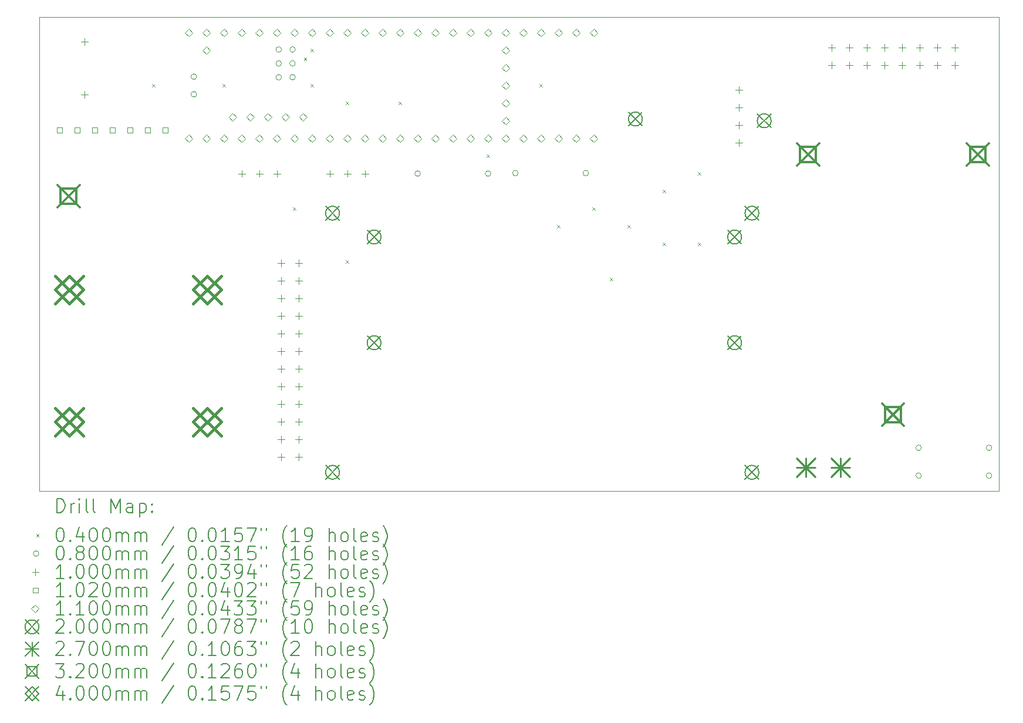
<source format=gbr>
%TF.GenerationSoftware,KiCad,Pcbnew,7.0.6*%
%TF.CreationDate,2023-08-10T16:59:19-04:00*%
%TF.ProjectId,rrc_pcb3,7272635f-7063-4623-932e-6b696361645f,rev?*%
%TF.SameCoordinates,Original*%
%TF.FileFunction,Drillmap*%
%TF.FilePolarity,Positive*%
%FSLAX45Y45*%
G04 Gerber Fmt 4.5, Leading zero omitted, Abs format (unit mm)*
G04 Created by KiCad (PCBNEW 7.0.6) date 2023-08-10 16:59:19*
%MOMM*%
%LPD*%
G01*
G04 APERTURE LIST*
%ADD10C,0.050000*%
%ADD11C,0.200000*%
%ADD12C,0.040000*%
%ADD13C,0.080000*%
%ADD14C,0.100000*%
%ADD15C,0.102000*%
%ADD16C,0.110000*%
%ADD17C,0.270000*%
%ADD18C,0.320000*%
%ADD19C,0.400000*%
G04 APERTURE END LIST*
D10*
X4191000Y-2065671D02*
X18034000Y-2065671D01*
X18034000Y-8890000D01*
X4191000Y-8890000D01*
X4191000Y-2065671D01*
D11*
D12*
X5822000Y-3028000D02*
X5862000Y-3068000D01*
X5862000Y-3028000D02*
X5822000Y-3068000D01*
X6838000Y-3028000D02*
X6878000Y-3068000D01*
X6878000Y-3028000D02*
X6838000Y-3068000D01*
X7854000Y-4806000D02*
X7894000Y-4846000D01*
X7894000Y-4806000D02*
X7854000Y-4846000D01*
X8009975Y-2646764D02*
X8049975Y-2686764D01*
X8049975Y-2646764D02*
X8009975Y-2686764D01*
X8108000Y-2520000D02*
X8148000Y-2560000D01*
X8148000Y-2520000D02*
X8108000Y-2560000D01*
X8108000Y-3028000D02*
X8148000Y-3068000D01*
X8148000Y-3028000D02*
X8108000Y-3068000D01*
X8616000Y-3282000D02*
X8656000Y-3322000D01*
X8656000Y-3282000D02*
X8616000Y-3322000D01*
X8616000Y-5568000D02*
X8656000Y-5608000D01*
X8656000Y-5568000D02*
X8616000Y-5608000D01*
X9378000Y-3282000D02*
X9418000Y-3322000D01*
X9418000Y-3282000D02*
X9378000Y-3322000D01*
X10648000Y-4044000D02*
X10688000Y-4084000D01*
X10688000Y-4044000D02*
X10648000Y-4084000D01*
X11410000Y-3028000D02*
X11450000Y-3068000D01*
X11450000Y-3028000D02*
X11410000Y-3068000D01*
X11664000Y-5060000D02*
X11704000Y-5100000D01*
X11704000Y-5060000D02*
X11664000Y-5100000D01*
X12172000Y-4806000D02*
X12212000Y-4846000D01*
X12212000Y-4806000D02*
X12172000Y-4846000D01*
X12426000Y-5822000D02*
X12466000Y-5862000D01*
X12466000Y-5822000D02*
X12426000Y-5862000D01*
X12680000Y-5060000D02*
X12720000Y-5100000D01*
X12720000Y-5060000D02*
X12680000Y-5100000D01*
X13188000Y-4552000D02*
X13228000Y-4592000D01*
X13228000Y-4552000D02*
X13188000Y-4592000D01*
X13188000Y-5314000D02*
X13228000Y-5354000D01*
X13228000Y-5314000D02*
X13188000Y-5354000D01*
X13696000Y-4298000D02*
X13736000Y-4338000D01*
X13736000Y-4298000D02*
X13696000Y-4338000D01*
X13696000Y-5314000D02*
X13736000Y-5354000D01*
X13736000Y-5314000D02*
X13696000Y-5354000D01*
D13*
X6463000Y-2921000D02*
G75*
G03*
X6463000Y-2921000I-40000J0D01*
G01*
X6463000Y-3175000D02*
G75*
G03*
X6463000Y-3175000I-40000J0D01*
G01*
X7687000Y-2529840D02*
G75*
G03*
X7687000Y-2529840I-40000J0D01*
G01*
X7687000Y-2729840D02*
G75*
G03*
X7687000Y-2729840I-40000J0D01*
G01*
X7687000Y-2929840D02*
G75*
G03*
X7687000Y-2929840I-40000J0D01*
G01*
X7887000Y-2529840D02*
G75*
G03*
X7887000Y-2529840I-40000J0D01*
G01*
X7887000Y-2729840D02*
G75*
G03*
X7887000Y-2729840I-40000J0D01*
G01*
X7887000Y-2929840D02*
G75*
G03*
X7887000Y-2929840I-40000J0D01*
G01*
X9692000Y-4318000D02*
G75*
G03*
X9692000Y-4318000I-40000J0D01*
G01*
X10708000Y-4318000D02*
G75*
G03*
X10708000Y-4318000I-40000J0D01*
G01*
X11101484Y-4311604D02*
G75*
G03*
X11101484Y-4311604I-40000J0D01*
G01*
X12117484Y-4311604D02*
G75*
G03*
X12117484Y-4311604I-40000J0D01*
G01*
X16918310Y-8271296D02*
G75*
G03*
X16918310Y-8271296I-40000J0D01*
G01*
X16918310Y-8670429D02*
G75*
G03*
X16918310Y-8670429I-40000J0D01*
G01*
X17934310Y-8271296D02*
G75*
G03*
X17934310Y-8271296I-40000J0D01*
G01*
X17934310Y-8670429D02*
G75*
G03*
X17934310Y-8670429I-40000J0D01*
G01*
D14*
X4846785Y-2367824D02*
X4846785Y-2467824D01*
X4796785Y-2417824D02*
X4896785Y-2417824D01*
X4846785Y-3127824D02*
X4846785Y-3227824D01*
X4796785Y-3177824D02*
X4896785Y-3177824D01*
X7112000Y-4268000D02*
X7112000Y-4368000D01*
X7062000Y-4318000D02*
X7162000Y-4318000D01*
X7366000Y-4268000D02*
X7366000Y-4368000D01*
X7316000Y-4318000D02*
X7416000Y-4318000D01*
X7620000Y-4268000D02*
X7620000Y-4368000D01*
X7570000Y-4318000D02*
X7670000Y-4318000D01*
X7682860Y-5561423D02*
X7682860Y-5661423D01*
X7632860Y-5611423D02*
X7732860Y-5611423D01*
X7682860Y-5815423D02*
X7682860Y-5915423D01*
X7632860Y-5865423D02*
X7732860Y-5865423D01*
X7682860Y-6069423D02*
X7682860Y-6169423D01*
X7632860Y-6119423D02*
X7732860Y-6119423D01*
X7682860Y-6323423D02*
X7682860Y-6423423D01*
X7632860Y-6373423D02*
X7732860Y-6373423D01*
X7682860Y-6577423D02*
X7682860Y-6677423D01*
X7632860Y-6627423D02*
X7732860Y-6627423D01*
X7682860Y-6831423D02*
X7682860Y-6931423D01*
X7632860Y-6881423D02*
X7732860Y-6881423D01*
X7682860Y-7085423D02*
X7682860Y-7185423D01*
X7632860Y-7135423D02*
X7732860Y-7135423D01*
X7682860Y-7339423D02*
X7682860Y-7439423D01*
X7632860Y-7389423D02*
X7732860Y-7389423D01*
X7682860Y-7593423D02*
X7682860Y-7693423D01*
X7632860Y-7643423D02*
X7732860Y-7643423D01*
X7682860Y-7847423D02*
X7682860Y-7947423D01*
X7632860Y-7897423D02*
X7732860Y-7897423D01*
X7682860Y-8101423D02*
X7682860Y-8201423D01*
X7632860Y-8151423D02*
X7732860Y-8151423D01*
X7682860Y-8355423D02*
X7682860Y-8455423D01*
X7632860Y-8405423D02*
X7732860Y-8405423D01*
X7936860Y-5561423D02*
X7936860Y-5661423D01*
X7886860Y-5611423D02*
X7986860Y-5611423D01*
X7936860Y-5815423D02*
X7936860Y-5915423D01*
X7886860Y-5865423D02*
X7986860Y-5865423D01*
X7936860Y-6069423D02*
X7936860Y-6169423D01*
X7886860Y-6119423D02*
X7986860Y-6119423D01*
X7936860Y-6323423D02*
X7936860Y-6423423D01*
X7886860Y-6373423D02*
X7986860Y-6373423D01*
X7936860Y-6577423D02*
X7936860Y-6677423D01*
X7886860Y-6627423D02*
X7986860Y-6627423D01*
X7936860Y-6831423D02*
X7936860Y-6931423D01*
X7886860Y-6881423D02*
X7986860Y-6881423D01*
X7936860Y-7085423D02*
X7936860Y-7185423D01*
X7886860Y-7135423D02*
X7986860Y-7135423D01*
X7936860Y-7339423D02*
X7936860Y-7439423D01*
X7886860Y-7389423D02*
X7986860Y-7389423D01*
X7936860Y-7593423D02*
X7936860Y-7693423D01*
X7886860Y-7643423D02*
X7986860Y-7643423D01*
X7936860Y-7847423D02*
X7936860Y-7947423D01*
X7886860Y-7897423D02*
X7986860Y-7897423D01*
X7936860Y-8101423D02*
X7936860Y-8201423D01*
X7886860Y-8151423D02*
X7986860Y-8151423D01*
X7936860Y-8355423D02*
X7936860Y-8455423D01*
X7886860Y-8405423D02*
X7986860Y-8405423D01*
X8382000Y-4268000D02*
X8382000Y-4368000D01*
X8332000Y-4318000D02*
X8432000Y-4318000D01*
X8636000Y-4268000D02*
X8636000Y-4368000D01*
X8586000Y-4318000D02*
X8686000Y-4318000D01*
X8890000Y-4268000D02*
X8890000Y-4368000D01*
X8840000Y-4318000D02*
X8940000Y-4318000D01*
X14288436Y-3058692D02*
X14288436Y-3158692D01*
X14238436Y-3108692D02*
X14338436Y-3108692D01*
X14288436Y-3312692D02*
X14288436Y-3412692D01*
X14238436Y-3362692D02*
X14338436Y-3362692D01*
X14288436Y-3566692D02*
X14288436Y-3666692D01*
X14238436Y-3616692D02*
X14338436Y-3616692D01*
X14288436Y-3820692D02*
X14288436Y-3920692D01*
X14238436Y-3870692D02*
X14338436Y-3870692D01*
X15624005Y-2454368D02*
X15624005Y-2554368D01*
X15574005Y-2504368D02*
X15674005Y-2504368D01*
X15624005Y-2708368D02*
X15624005Y-2808368D01*
X15574005Y-2758368D02*
X15674005Y-2758368D01*
X15878005Y-2454368D02*
X15878005Y-2554368D01*
X15828005Y-2504368D02*
X15928005Y-2504368D01*
X15878005Y-2708368D02*
X15878005Y-2808368D01*
X15828005Y-2758368D02*
X15928005Y-2758368D01*
X16132005Y-2454368D02*
X16132005Y-2554368D01*
X16082005Y-2504368D02*
X16182005Y-2504368D01*
X16132005Y-2708368D02*
X16132005Y-2808368D01*
X16082005Y-2758368D02*
X16182005Y-2758368D01*
X16386005Y-2454368D02*
X16386005Y-2554368D01*
X16336005Y-2504368D02*
X16436005Y-2504368D01*
X16386005Y-2708368D02*
X16386005Y-2808368D01*
X16336005Y-2758368D02*
X16436005Y-2758368D01*
X16640005Y-2454368D02*
X16640005Y-2554368D01*
X16590005Y-2504368D02*
X16690005Y-2504368D01*
X16640005Y-2708368D02*
X16640005Y-2808368D01*
X16590005Y-2758368D02*
X16690005Y-2758368D01*
X16894005Y-2454368D02*
X16894005Y-2554368D01*
X16844005Y-2504368D02*
X16944005Y-2504368D01*
X16894005Y-2708368D02*
X16894005Y-2808368D01*
X16844005Y-2758368D02*
X16944005Y-2758368D01*
X17148005Y-2454368D02*
X17148005Y-2554368D01*
X17098005Y-2504368D02*
X17198005Y-2504368D01*
X17148005Y-2708368D02*
X17148005Y-2808368D01*
X17098005Y-2758368D02*
X17198005Y-2758368D01*
X17402005Y-2454368D02*
X17402005Y-2554368D01*
X17352005Y-2504368D02*
X17452005Y-2504368D01*
X17402005Y-2708368D02*
X17402005Y-2808368D01*
X17352005Y-2758368D02*
X17452005Y-2758368D01*
D15*
X4524425Y-3728557D02*
X4524425Y-3656431D01*
X4452299Y-3656431D01*
X4452299Y-3728557D01*
X4524425Y-3728557D01*
X4778425Y-3728557D02*
X4778425Y-3656431D01*
X4706299Y-3656431D01*
X4706299Y-3728557D01*
X4778425Y-3728557D01*
X5032425Y-3728557D02*
X5032425Y-3656431D01*
X4960299Y-3656431D01*
X4960299Y-3728557D01*
X5032425Y-3728557D01*
X5286425Y-3728557D02*
X5286425Y-3656431D01*
X5214299Y-3656431D01*
X5214299Y-3728557D01*
X5286425Y-3728557D01*
X5540425Y-3728557D02*
X5540425Y-3656431D01*
X5468299Y-3656431D01*
X5468299Y-3728557D01*
X5540425Y-3728557D01*
X5794424Y-3728557D02*
X5794424Y-3656431D01*
X5722299Y-3656431D01*
X5722299Y-3728557D01*
X5794424Y-3728557D01*
X6048424Y-3728557D02*
X6048424Y-3656431D01*
X5976299Y-3656431D01*
X5976299Y-3728557D01*
X6048424Y-3728557D01*
D16*
X6350000Y-2341000D02*
X6405000Y-2286000D01*
X6350000Y-2231000D01*
X6295000Y-2286000D01*
X6350000Y-2341000D01*
X6350000Y-3865000D02*
X6405000Y-3810000D01*
X6350000Y-3755000D01*
X6295000Y-3810000D01*
X6350000Y-3865000D01*
X6604000Y-2341000D02*
X6659000Y-2286000D01*
X6604000Y-2231000D01*
X6549000Y-2286000D01*
X6604000Y-2341000D01*
X6604000Y-2595000D02*
X6659000Y-2540000D01*
X6604000Y-2485000D01*
X6549000Y-2540000D01*
X6604000Y-2595000D01*
X6604000Y-3865000D02*
X6659000Y-3810000D01*
X6604000Y-3755000D01*
X6549000Y-3810000D01*
X6604000Y-3865000D01*
X6858000Y-2341000D02*
X6913000Y-2286000D01*
X6858000Y-2231000D01*
X6803000Y-2286000D01*
X6858000Y-2341000D01*
X6858000Y-3865000D02*
X6913000Y-3810000D01*
X6858000Y-3755000D01*
X6803000Y-3810000D01*
X6858000Y-3865000D01*
X6979920Y-3559920D02*
X7034920Y-3504920D01*
X6979920Y-3449920D01*
X6924920Y-3504920D01*
X6979920Y-3559920D01*
X7112000Y-2341000D02*
X7167000Y-2286000D01*
X7112000Y-2231000D01*
X7057000Y-2286000D01*
X7112000Y-2341000D01*
X7112000Y-3865000D02*
X7167000Y-3810000D01*
X7112000Y-3755000D01*
X7057000Y-3810000D01*
X7112000Y-3865000D01*
X7233920Y-3559920D02*
X7288920Y-3504920D01*
X7233920Y-3449920D01*
X7178920Y-3504920D01*
X7233920Y-3559920D01*
X7366000Y-2341000D02*
X7421000Y-2286000D01*
X7366000Y-2231000D01*
X7311000Y-2286000D01*
X7366000Y-2341000D01*
X7366000Y-3865000D02*
X7421000Y-3810000D01*
X7366000Y-3755000D01*
X7311000Y-3810000D01*
X7366000Y-3865000D01*
X7487920Y-3559920D02*
X7542920Y-3504920D01*
X7487920Y-3449920D01*
X7432920Y-3504920D01*
X7487920Y-3559920D01*
X7620000Y-2341000D02*
X7675000Y-2286000D01*
X7620000Y-2231000D01*
X7565000Y-2286000D01*
X7620000Y-2341000D01*
X7620000Y-3865000D02*
X7675000Y-3810000D01*
X7620000Y-3755000D01*
X7565000Y-3810000D01*
X7620000Y-3865000D01*
X7741920Y-3559920D02*
X7796920Y-3504920D01*
X7741920Y-3449920D01*
X7686920Y-3504920D01*
X7741920Y-3559920D01*
X7874000Y-2341000D02*
X7929000Y-2286000D01*
X7874000Y-2231000D01*
X7819000Y-2286000D01*
X7874000Y-2341000D01*
X7874000Y-3865000D02*
X7929000Y-3810000D01*
X7874000Y-3755000D01*
X7819000Y-3810000D01*
X7874000Y-3865000D01*
X7995920Y-3559920D02*
X8050920Y-3504920D01*
X7995920Y-3449920D01*
X7940920Y-3504920D01*
X7995920Y-3559920D01*
X8128000Y-2341000D02*
X8183000Y-2286000D01*
X8128000Y-2231000D01*
X8073000Y-2286000D01*
X8128000Y-2341000D01*
X8128000Y-3865000D02*
X8183000Y-3810000D01*
X8128000Y-3755000D01*
X8073000Y-3810000D01*
X8128000Y-3865000D01*
X8382000Y-2341000D02*
X8437000Y-2286000D01*
X8382000Y-2231000D01*
X8327000Y-2286000D01*
X8382000Y-2341000D01*
X8382000Y-3865000D02*
X8437000Y-3810000D01*
X8382000Y-3755000D01*
X8327000Y-3810000D01*
X8382000Y-3865000D01*
X8636000Y-2341000D02*
X8691000Y-2286000D01*
X8636000Y-2231000D01*
X8581000Y-2286000D01*
X8636000Y-2341000D01*
X8636000Y-3865000D02*
X8691000Y-3810000D01*
X8636000Y-3755000D01*
X8581000Y-3810000D01*
X8636000Y-3865000D01*
X8890000Y-2341000D02*
X8945000Y-2286000D01*
X8890000Y-2231000D01*
X8835000Y-2286000D01*
X8890000Y-2341000D01*
X8890000Y-3865000D02*
X8945000Y-3810000D01*
X8890000Y-3755000D01*
X8835000Y-3810000D01*
X8890000Y-3865000D01*
X9144000Y-2341000D02*
X9199000Y-2286000D01*
X9144000Y-2231000D01*
X9089000Y-2286000D01*
X9144000Y-2341000D01*
X9144000Y-3865000D02*
X9199000Y-3810000D01*
X9144000Y-3755000D01*
X9089000Y-3810000D01*
X9144000Y-3865000D01*
X9398000Y-2341000D02*
X9453000Y-2286000D01*
X9398000Y-2231000D01*
X9343000Y-2286000D01*
X9398000Y-2341000D01*
X9398000Y-3865000D02*
X9453000Y-3810000D01*
X9398000Y-3755000D01*
X9343000Y-3810000D01*
X9398000Y-3865000D01*
X9652000Y-2341000D02*
X9707000Y-2286000D01*
X9652000Y-2231000D01*
X9597000Y-2286000D01*
X9652000Y-2341000D01*
X9652000Y-3865000D02*
X9707000Y-3810000D01*
X9652000Y-3755000D01*
X9597000Y-3810000D01*
X9652000Y-3865000D01*
X9906000Y-2341000D02*
X9961000Y-2286000D01*
X9906000Y-2231000D01*
X9851000Y-2286000D01*
X9906000Y-2341000D01*
X9906000Y-3865000D02*
X9961000Y-3810000D01*
X9906000Y-3755000D01*
X9851000Y-3810000D01*
X9906000Y-3865000D01*
X10160000Y-2341000D02*
X10215000Y-2286000D01*
X10160000Y-2231000D01*
X10105000Y-2286000D01*
X10160000Y-2341000D01*
X10160000Y-3865000D02*
X10215000Y-3810000D01*
X10160000Y-3755000D01*
X10105000Y-3810000D01*
X10160000Y-3865000D01*
X10414000Y-2341000D02*
X10469000Y-2286000D01*
X10414000Y-2231000D01*
X10359000Y-2286000D01*
X10414000Y-2341000D01*
X10414000Y-3865000D02*
X10469000Y-3810000D01*
X10414000Y-3755000D01*
X10359000Y-3810000D01*
X10414000Y-3865000D01*
X10668000Y-2341000D02*
X10723000Y-2286000D01*
X10668000Y-2231000D01*
X10613000Y-2286000D01*
X10668000Y-2341000D01*
X10668000Y-3865000D02*
X10723000Y-3810000D01*
X10668000Y-3755000D01*
X10613000Y-3810000D01*
X10668000Y-3865000D01*
X10922000Y-2341000D02*
X10977000Y-2286000D01*
X10922000Y-2231000D01*
X10867000Y-2286000D01*
X10922000Y-2341000D01*
X10922000Y-2595000D02*
X10977000Y-2540000D01*
X10922000Y-2485000D01*
X10867000Y-2540000D01*
X10922000Y-2595000D01*
X10922000Y-2849000D02*
X10977000Y-2794000D01*
X10922000Y-2739000D01*
X10867000Y-2794000D01*
X10922000Y-2849000D01*
X10922000Y-3103000D02*
X10977000Y-3048000D01*
X10922000Y-2993000D01*
X10867000Y-3048000D01*
X10922000Y-3103000D01*
X10922000Y-3357000D02*
X10977000Y-3302000D01*
X10922000Y-3247000D01*
X10867000Y-3302000D01*
X10922000Y-3357000D01*
X10922000Y-3611000D02*
X10977000Y-3556000D01*
X10922000Y-3501000D01*
X10867000Y-3556000D01*
X10922000Y-3611000D01*
X10922000Y-3865000D02*
X10977000Y-3810000D01*
X10922000Y-3755000D01*
X10867000Y-3810000D01*
X10922000Y-3865000D01*
X11176000Y-2341000D02*
X11231000Y-2286000D01*
X11176000Y-2231000D01*
X11121000Y-2286000D01*
X11176000Y-2341000D01*
X11176000Y-3865000D02*
X11231000Y-3810000D01*
X11176000Y-3755000D01*
X11121000Y-3810000D01*
X11176000Y-3865000D01*
X11430000Y-2341000D02*
X11485000Y-2286000D01*
X11430000Y-2231000D01*
X11375000Y-2286000D01*
X11430000Y-2341000D01*
X11430000Y-3865000D02*
X11485000Y-3810000D01*
X11430000Y-3755000D01*
X11375000Y-3810000D01*
X11430000Y-3865000D01*
X11684000Y-2341000D02*
X11739000Y-2286000D01*
X11684000Y-2231000D01*
X11629000Y-2286000D01*
X11684000Y-2341000D01*
X11684000Y-3865000D02*
X11739000Y-3810000D01*
X11684000Y-3755000D01*
X11629000Y-3810000D01*
X11684000Y-3865000D01*
X11938000Y-2341000D02*
X11993000Y-2286000D01*
X11938000Y-2231000D01*
X11883000Y-2286000D01*
X11938000Y-2341000D01*
X11938000Y-3865000D02*
X11993000Y-3810000D01*
X11938000Y-3755000D01*
X11883000Y-3810000D01*
X11938000Y-3865000D01*
X12192000Y-2341000D02*
X12247000Y-2286000D01*
X12192000Y-2231000D01*
X12137000Y-2286000D01*
X12192000Y-2341000D01*
X12192000Y-3865000D02*
X12247000Y-3810000D01*
X12192000Y-3755000D01*
X12137000Y-3810000D01*
X12192000Y-3865000D01*
D11*
X8324178Y-4788368D02*
X8524178Y-4988368D01*
X8524178Y-4788368D02*
X8324178Y-4988368D01*
X8524178Y-4888368D02*
G75*
G03*
X8524178Y-4888368I-100000J0D01*
G01*
X8324178Y-8524368D02*
X8524178Y-8724368D01*
X8524178Y-8524368D02*
X8324178Y-8724368D01*
X8524178Y-8624368D02*
G75*
G03*
X8524178Y-8624368I-100000J0D01*
G01*
X8924178Y-5132368D02*
X9124178Y-5332368D01*
X9124178Y-5132368D02*
X8924178Y-5332368D01*
X9124178Y-5232368D02*
G75*
G03*
X9124178Y-5232368I-100000J0D01*
G01*
X8924178Y-6656368D02*
X9124178Y-6856368D01*
X9124178Y-6656368D02*
X8924178Y-6856368D01*
X9124178Y-6756368D02*
G75*
G03*
X9124178Y-6756368I-100000J0D01*
G01*
X12693425Y-3431692D02*
X12893425Y-3631692D01*
X12893425Y-3431692D02*
X12693425Y-3631692D01*
X12893425Y-3531692D02*
G75*
G03*
X12893425Y-3531692I-100000J0D01*
G01*
X14124178Y-5132368D02*
X14324178Y-5332368D01*
X14324178Y-5132368D02*
X14124178Y-5332368D01*
X14324178Y-5232368D02*
G75*
G03*
X14324178Y-5232368I-100000J0D01*
G01*
X14124178Y-6656368D02*
X14324178Y-6856368D01*
X14324178Y-6656368D02*
X14124178Y-6856368D01*
X14324178Y-6756368D02*
G75*
G03*
X14324178Y-6756368I-100000J0D01*
G01*
X14374178Y-4788368D02*
X14574178Y-4988368D01*
X14574178Y-4788368D02*
X14374178Y-4988368D01*
X14574178Y-4888368D02*
G75*
G03*
X14574178Y-4888368I-100000J0D01*
G01*
X14374178Y-8524368D02*
X14574178Y-8724368D01*
X14574178Y-8524368D02*
X14374178Y-8724368D01*
X14574178Y-8624368D02*
G75*
G03*
X14574178Y-8624368I-100000J0D01*
G01*
X14551480Y-3457183D02*
X14751480Y-3657183D01*
X14751480Y-3457183D02*
X14551480Y-3657183D01*
X14751480Y-3557183D02*
G75*
G03*
X14751480Y-3557183I-100000J0D01*
G01*
D17*
X15113000Y-8418768D02*
X15383000Y-8688768D01*
X15383000Y-8418768D02*
X15113000Y-8688768D01*
X15248000Y-8418768D02*
X15248000Y-8688768D01*
X15113000Y-8553768D02*
X15383000Y-8553768D01*
X15613000Y-8418768D02*
X15883000Y-8688768D01*
X15883000Y-8418768D02*
X15613000Y-8688768D01*
X15748000Y-8418768D02*
X15748000Y-8688768D01*
X15613000Y-8553768D02*
X15883000Y-8553768D01*
D18*
X4455362Y-4482994D02*
X4775362Y-4802994D01*
X4775362Y-4482994D02*
X4455362Y-4802994D01*
X4728500Y-4756132D02*
X4728500Y-4529856D01*
X4502224Y-4529856D01*
X4502224Y-4756132D01*
X4728500Y-4756132D01*
X15123231Y-3882556D02*
X15443231Y-4202556D01*
X15443231Y-3882556D02*
X15123231Y-4202556D01*
X15396369Y-4155694D02*
X15396369Y-3929417D01*
X15170093Y-3929417D01*
X15170093Y-4155694D01*
X15396369Y-4155694D01*
X16348231Y-7632556D02*
X16668231Y-7952556D01*
X16668231Y-7632556D02*
X16348231Y-7952556D01*
X16621369Y-7905694D02*
X16621369Y-7679417D01*
X16395093Y-7679417D01*
X16395093Y-7905694D01*
X16621369Y-7905694D01*
X17573231Y-3882556D02*
X17893231Y-4202556D01*
X17893231Y-3882556D02*
X17573231Y-4202556D01*
X17846369Y-4155694D02*
X17846369Y-3929417D01*
X17620093Y-3929417D01*
X17620093Y-4155694D01*
X17846369Y-4155694D01*
D19*
X4426360Y-5792423D02*
X4826360Y-6192423D01*
X4826360Y-5792423D02*
X4426360Y-6192423D01*
X4626360Y-6192423D02*
X4826360Y-5992423D01*
X4626360Y-5792423D01*
X4426360Y-5992423D01*
X4626360Y-6192423D01*
X4426360Y-7697423D02*
X4826360Y-8097423D01*
X4826360Y-7697423D02*
X4426360Y-8097423D01*
X4626360Y-8097423D02*
X4826360Y-7897423D01*
X4626360Y-7697423D01*
X4426360Y-7897423D01*
X4626360Y-8097423D01*
X6414869Y-5792423D02*
X6814869Y-6192423D01*
X6814869Y-5792423D02*
X6414869Y-6192423D01*
X6614869Y-6192423D02*
X6814869Y-5992423D01*
X6614869Y-5792423D01*
X6414869Y-5992423D01*
X6614869Y-6192423D01*
X6414869Y-7697423D02*
X6814869Y-8097423D01*
X6814869Y-7697423D02*
X6414869Y-8097423D01*
X6614869Y-8097423D02*
X6814869Y-7897423D01*
X6614869Y-7697423D01*
X6414869Y-7897423D01*
X6614869Y-8097423D01*
D11*
X4449277Y-9203984D02*
X4449277Y-9003984D01*
X4449277Y-9003984D02*
X4496896Y-9003984D01*
X4496896Y-9003984D02*
X4525467Y-9013508D01*
X4525467Y-9013508D02*
X4544515Y-9032555D01*
X4544515Y-9032555D02*
X4554039Y-9051603D01*
X4554039Y-9051603D02*
X4563563Y-9089698D01*
X4563563Y-9089698D02*
X4563563Y-9118270D01*
X4563563Y-9118270D02*
X4554039Y-9156365D01*
X4554039Y-9156365D02*
X4544515Y-9175412D01*
X4544515Y-9175412D02*
X4525467Y-9194460D01*
X4525467Y-9194460D02*
X4496896Y-9203984D01*
X4496896Y-9203984D02*
X4449277Y-9203984D01*
X4649277Y-9203984D02*
X4649277Y-9070650D01*
X4649277Y-9108746D02*
X4658801Y-9089698D01*
X4658801Y-9089698D02*
X4668324Y-9080174D01*
X4668324Y-9080174D02*
X4687372Y-9070650D01*
X4687372Y-9070650D02*
X4706420Y-9070650D01*
X4773086Y-9203984D02*
X4773086Y-9070650D01*
X4773086Y-9003984D02*
X4763563Y-9013508D01*
X4763563Y-9013508D02*
X4773086Y-9023031D01*
X4773086Y-9023031D02*
X4782610Y-9013508D01*
X4782610Y-9013508D02*
X4773086Y-9003984D01*
X4773086Y-9003984D02*
X4773086Y-9023031D01*
X4896896Y-9203984D02*
X4877848Y-9194460D01*
X4877848Y-9194460D02*
X4868324Y-9175412D01*
X4868324Y-9175412D02*
X4868324Y-9003984D01*
X5001658Y-9203984D02*
X4982610Y-9194460D01*
X4982610Y-9194460D02*
X4973086Y-9175412D01*
X4973086Y-9175412D02*
X4973086Y-9003984D01*
X5230229Y-9203984D02*
X5230229Y-9003984D01*
X5230229Y-9003984D02*
X5296896Y-9146841D01*
X5296896Y-9146841D02*
X5363563Y-9003984D01*
X5363563Y-9003984D02*
X5363563Y-9203984D01*
X5544515Y-9203984D02*
X5544515Y-9099222D01*
X5544515Y-9099222D02*
X5534991Y-9080174D01*
X5534991Y-9080174D02*
X5515944Y-9070650D01*
X5515944Y-9070650D02*
X5477848Y-9070650D01*
X5477848Y-9070650D02*
X5458801Y-9080174D01*
X5544515Y-9194460D02*
X5525467Y-9203984D01*
X5525467Y-9203984D02*
X5477848Y-9203984D01*
X5477848Y-9203984D02*
X5458801Y-9194460D01*
X5458801Y-9194460D02*
X5449277Y-9175412D01*
X5449277Y-9175412D02*
X5449277Y-9156365D01*
X5449277Y-9156365D02*
X5458801Y-9137317D01*
X5458801Y-9137317D02*
X5477848Y-9127793D01*
X5477848Y-9127793D02*
X5525467Y-9127793D01*
X5525467Y-9127793D02*
X5544515Y-9118270D01*
X5639753Y-9070650D02*
X5639753Y-9270650D01*
X5639753Y-9080174D02*
X5658801Y-9070650D01*
X5658801Y-9070650D02*
X5696896Y-9070650D01*
X5696896Y-9070650D02*
X5715943Y-9080174D01*
X5715943Y-9080174D02*
X5725467Y-9089698D01*
X5725467Y-9089698D02*
X5734991Y-9108746D01*
X5734991Y-9108746D02*
X5734991Y-9165889D01*
X5734991Y-9165889D02*
X5725467Y-9184936D01*
X5725467Y-9184936D02*
X5715943Y-9194460D01*
X5715943Y-9194460D02*
X5696896Y-9203984D01*
X5696896Y-9203984D02*
X5658801Y-9203984D01*
X5658801Y-9203984D02*
X5639753Y-9194460D01*
X5820705Y-9184936D02*
X5830229Y-9194460D01*
X5830229Y-9194460D02*
X5820705Y-9203984D01*
X5820705Y-9203984D02*
X5811182Y-9194460D01*
X5811182Y-9194460D02*
X5820705Y-9184936D01*
X5820705Y-9184936D02*
X5820705Y-9203984D01*
X5820705Y-9080174D02*
X5830229Y-9089698D01*
X5830229Y-9089698D02*
X5820705Y-9099222D01*
X5820705Y-9099222D02*
X5811182Y-9089698D01*
X5811182Y-9089698D02*
X5820705Y-9080174D01*
X5820705Y-9080174D02*
X5820705Y-9099222D01*
D12*
X4148500Y-9512500D02*
X4188500Y-9552500D01*
X4188500Y-9512500D02*
X4148500Y-9552500D01*
D11*
X4487372Y-9423984D02*
X4506420Y-9423984D01*
X4506420Y-9423984D02*
X4525467Y-9433508D01*
X4525467Y-9433508D02*
X4534991Y-9443031D01*
X4534991Y-9443031D02*
X4544515Y-9462079D01*
X4544515Y-9462079D02*
X4554039Y-9500174D01*
X4554039Y-9500174D02*
X4554039Y-9547793D01*
X4554039Y-9547793D02*
X4544515Y-9585889D01*
X4544515Y-9585889D02*
X4534991Y-9604936D01*
X4534991Y-9604936D02*
X4525467Y-9614460D01*
X4525467Y-9614460D02*
X4506420Y-9623984D01*
X4506420Y-9623984D02*
X4487372Y-9623984D01*
X4487372Y-9623984D02*
X4468324Y-9614460D01*
X4468324Y-9614460D02*
X4458801Y-9604936D01*
X4458801Y-9604936D02*
X4449277Y-9585889D01*
X4449277Y-9585889D02*
X4439753Y-9547793D01*
X4439753Y-9547793D02*
X4439753Y-9500174D01*
X4439753Y-9500174D02*
X4449277Y-9462079D01*
X4449277Y-9462079D02*
X4458801Y-9443031D01*
X4458801Y-9443031D02*
X4468324Y-9433508D01*
X4468324Y-9433508D02*
X4487372Y-9423984D01*
X4639753Y-9604936D02*
X4649277Y-9614460D01*
X4649277Y-9614460D02*
X4639753Y-9623984D01*
X4639753Y-9623984D02*
X4630229Y-9614460D01*
X4630229Y-9614460D02*
X4639753Y-9604936D01*
X4639753Y-9604936D02*
X4639753Y-9623984D01*
X4820705Y-9490650D02*
X4820705Y-9623984D01*
X4773086Y-9414460D02*
X4725467Y-9557317D01*
X4725467Y-9557317D02*
X4849277Y-9557317D01*
X4963563Y-9423984D02*
X4982610Y-9423984D01*
X4982610Y-9423984D02*
X5001658Y-9433508D01*
X5001658Y-9433508D02*
X5011182Y-9443031D01*
X5011182Y-9443031D02*
X5020705Y-9462079D01*
X5020705Y-9462079D02*
X5030229Y-9500174D01*
X5030229Y-9500174D02*
X5030229Y-9547793D01*
X5030229Y-9547793D02*
X5020705Y-9585889D01*
X5020705Y-9585889D02*
X5011182Y-9604936D01*
X5011182Y-9604936D02*
X5001658Y-9614460D01*
X5001658Y-9614460D02*
X4982610Y-9623984D01*
X4982610Y-9623984D02*
X4963563Y-9623984D01*
X4963563Y-9623984D02*
X4944515Y-9614460D01*
X4944515Y-9614460D02*
X4934991Y-9604936D01*
X4934991Y-9604936D02*
X4925467Y-9585889D01*
X4925467Y-9585889D02*
X4915944Y-9547793D01*
X4915944Y-9547793D02*
X4915944Y-9500174D01*
X4915944Y-9500174D02*
X4925467Y-9462079D01*
X4925467Y-9462079D02*
X4934991Y-9443031D01*
X4934991Y-9443031D02*
X4944515Y-9433508D01*
X4944515Y-9433508D02*
X4963563Y-9423984D01*
X5154039Y-9423984D02*
X5173086Y-9423984D01*
X5173086Y-9423984D02*
X5192134Y-9433508D01*
X5192134Y-9433508D02*
X5201658Y-9443031D01*
X5201658Y-9443031D02*
X5211182Y-9462079D01*
X5211182Y-9462079D02*
X5220705Y-9500174D01*
X5220705Y-9500174D02*
X5220705Y-9547793D01*
X5220705Y-9547793D02*
X5211182Y-9585889D01*
X5211182Y-9585889D02*
X5201658Y-9604936D01*
X5201658Y-9604936D02*
X5192134Y-9614460D01*
X5192134Y-9614460D02*
X5173086Y-9623984D01*
X5173086Y-9623984D02*
X5154039Y-9623984D01*
X5154039Y-9623984D02*
X5134991Y-9614460D01*
X5134991Y-9614460D02*
X5125467Y-9604936D01*
X5125467Y-9604936D02*
X5115944Y-9585889D01*
X5115944Y-9585889D02*
X5106420Y-9547793D01*
X5106420Y-9547793D02*
X5106420Y-9500174D01*
X5106420Y-9500174D02*
X5115944Y-9462079D01*
X5115944Y-9462079D02*
X5125467Y-9443031D01*
X5125467Y-9443031D02*
X5134991Y-9433508D01*
X5134991Y-9433508D02*
X5154039Y-9423984D01*
X5306420Y-9623984D02*
X5306420Y-9490650D01*
X5306420Y-9509698D02*
X5315944Y-9500174D01*
X5315944Y-9500174D02*
X5334991Y-9490650D01*
X5334991Y-9490650D02*
X5363563Y-9490650D01*
X5363563Y-9490650D02*
X5382610Y-9500174D01*
X5382610Y-9500174D02*
X5392134Y-9519222D01*
X5392134Y-9519222D02*
X5392134Y-9623984D01*
X5392134Y-9519222D02*
X5401658Y-9500174D01*
X5401658Y-9500174D02*
X5420705Y-9490650D01*
X5420705Y-9490650D02*
X5449277Y-9490650D01*
X5449277Y-9490650D02*
X5468325Y-9500174D01*
X5468325Y-9500174D02*
X5477848Y-9519222D01*
X5477848Y-9519222D02*
X5477848Y-9623984D01*
X5573086Y-9623984D02*
X5573086Y-9490650D01*
X5573086Y-9509698D02*
X5582610Y-9500174D01*
X5582610Y-9500174D02*
X5601658Y-9490650D01*
X5601658Y-9490650D02*
X5630229Y-9490650D01*
X5630229Y-9490650D02*
X5649277Y-9500174D01*
X5649277Y-9500174D02*
X5658801Y-9519222D01*
X5658801Y-9519222D02*
X5658801Y-9623984D01*
X5658801Y-9519222D02*
X5668324Y-9500174D01*
X5668324Y-9500174D02*
X5687372Y-9490650D01*
X5687372Y-9490650D02*
X5715943Y-9490650D01*
X5715943Y-9490650D02*
X5734991Y-9500174D01*
X5734991Y-9500174D02*
X5744515Y-9519222D01*
X5744515Y-9519222D02*
X5744515Y-9623984D01*
X6134991Y-9414460D02*
X5963563Y-9671603D01*
X6392134Y-9423984D02*
X6411182Y-9423984D01*
X6411182Y-9423984D02*
X6430229Y-9433508D01*
X6430229Y-9433508D02*
X6439753Y-9443031D01*
X6439753Y-9443031D02*
X6449277Y-9462079D01*
X6449277Y-9462079D02*
X6458801Y-9500174D01*
X6458801Y-9500174D02*
X6458801Y-9547793D01*
X6458801Y-9547793D02*
X6449277Y-9585889D01*
X6449277Y-9585889D02*
X6439753Y-9604936D01*
X6439753Y-9604936D02*
X6430229Y-9614460D01*
X6430229Y-9614460D02*
X6411182Y-9623984D01*
X6411182Y-9623984D02*
X6392134Y-9623984D01*
X6392134Y-9623984D02*
X6373086Y-9614460D01*
X6373086Y-9614460D02*
X6363563Y-9604936D01*
X6363563Y-9604936D02*
X6354039Y-9585889D01*
X6354039Y-9585889D02*
X6344515Y-9547793D01*
X6344515Y-9547793D02*
X6344515Y-9500174D01*
X6344515Y-9500174D02*
X6354039Y-9462079D01*
X6354039Y-9462079D02*
X6363563Y-9443031D01*
X6363563Y-9443031D02*
X6373086Y-9433508D01*
X6373086Y-9433508D02*
X6392134Y-9423984D01*
X6544515Y-9604936D02*
X6554039Y-9614460D01*
X6554039Y-9614460D02*
X6544515Y-9623984D01*
X6544515Y-9623984D02*
X6534991Y-9614460D01*
X6534991Y-9614460D02*
X6544515Y-9604936D01*
X6544515Y-9604936D02*
X6544515Y-9623984D01*
X6677848Y-9423984D02*
X6696896Y-9423984D01*
X6696896Y-9423984D02*
X6715944Y-9433508D01*
X6715944Y-9433508D02*
X6725467Y-9443031D01*
X6725467Y-9443031D02*
X6734991Y-9462079D01*
X6734991Y-9462079D02*
X6744515Y-9500174D01*
X6744515Y-9500174D02*
X6744515Y-9547793D01*
X6744515Y-9547793D02*
X6734991Y-9585889D01*
X6734991Y-9585889D02*
X6725467Y-9604936D01*
X6725467Y-9604936D02*
X6715944Y-9614460D01*
X6715944Y-9614460D02*
X6696896Y-9623984D01*
X6696896Y-9623984D02*
X6677848Y-9623984D01*
X6677848Y-9623984D02*
X6658801Y-9614460D01*
X6658801Y-9614460D02*
X6649277Y-9604936D01*
X6649277Y-9604936D02*
X6639753Y-9585889D01*
X6639753Y-9585889D02*
X6630229Y-9547793D01*
X6630229Y-9547793D02*
X6630229Y-9500174D01*
X6630229Y-9500174D02*
X6639753Y-9462079D01*
X6639753Y-9462079D02*
X6649277Y-9443031D01*
X6649277Y-9443031D02*
X6658801Y-9433508D01*
X6658801Y-9433508D02*
X6677848Y-9423984D01*
X6934991Y-9623984D02*
X6820706Y-9623984D01*
X6877848Y-9623984D02*
X6877848Y-9423984D01*
X6877848Y-9423984D02*
X6858801Y-9452555D01*
X6858801Y-9452555D02*
X6839753Y-9471603D01*
X6839753Y-9471603D02*
X6820706Y-9481127D01*
X7115944Y-9423984D02*
X7020706Y-9423984D01*
X7020706Y-9423984D02*
X7011182Y-9519222D01*
X7011182Y-9519222D02*
X7020706Y-9509698D01*
X7020706Y-9509698D02*
X7039753Y-9500174D01*
X7039753Y-9500174D02*
X7087372Y-9500174D01*
X7087372Y-9500174D02*
X7106420Y-9509698D01*
X7106420Y-9509698D02*
X7115944Y-9519222D01*
X7115944Y-9519222D02*
X7125467Y-9538270D01*
X7125467Y-9538270D02*
X7125467Y-9585889D01*
X7125467Y-9585889D02*
X7115944Y-9604936D01*
X7115944Y-9604936D02*
X7106420Y-9614460D01*
X7106420Y-9614460D02*
X7087372Y-9623984D01*
X7087372Y-9623984D02*
X7039753Y-9623984D01*
X7039753Y-9623984D02*
X7020706Y-9614460D01*
X7020706Y-9614460D02*
X7011182Y-9604936D01*
X7192134Y-9423984D02*
X7325467Y-9423984D01*
X7325467Y-9423984D02*
X7239753Y-9623984D01*
X7392134Y-9423984D02*
X7392134Y-9462079D01*
X7468325Y-9423984D02*
X7468325Y-9462079D01*
X7763563Y-9700174D02*
X7754039Y-9690650D01*
X7754039Y-9690650D02*
X7734991Y-9662079D01*
X7734991Y-9662079D02*
X7725468Y-9643031D01*
X7725468Y-9643031D02*
X7715944Y-9614460D01*
X7715944Y-9614460D02*
X7706420Y-9566841D01*
X7706420Y-9566841D02*
X7706420Y-9528746D01*
X7706420Y-9528746D02*
X7715944Y-9481127D01*
X7715944Y-9481127D02*
X7725468Y-9452555D01*
X7725468Y-9452555D02*
X7734991Y-9433508D01*
X7734991Y-9433508D02*
X7754039Y-9404936D01*
X7754039Y-9404936D02*
X7763563Y-9395412D01*
X7944515Y-9623984D02*
X7830229Y-9623984D01*
X7887372Y-9623984D02*
X7887372Y-9423984D01*
X7887372Y-9423984D02*
X7868325Y-9452555D01*
X7868325Y-9452555D02*
X7849277Y-9471603D01*
X7849277Y-9471603D02*
X7830229Y-9481127D01*
X8039753Y-9623984D02*
X8077848Y-9623984D01*
X8077848Y-9623984D02*
X8096896Y-9614460D01*
X8096896Y-9614460D02*
X8106420Y-9604936D01*
X8106420Y-9604936D02*
X8125468Y-9576365D01*
X8125468Y-9576365D02*
X8134991Y-9538270D01*
X8134991Y-9538270D02*
X8134991Y-9462079D01*
X8134991Y-9462079D02*
X8125468Y-9443031D01*
X8125468Y-9443031D02*
X8115944Y-9433508D01*
X8115944Y-9433508D02*
X8096896Y-9423984D01*
X8096896Y-9423984D02*
X8058801Y-9423984D01*
X8058801Y-9423984D02*
X8039753Y-9433508D01*
X8039753Y-9433508D02*
X8030229Y-9443031D01*
X8030229Y-9443031D02*
X8020706Y-9462079D01*
X8020706Y-9462079D02*
X8020706Y-9509698D01*
X8020706Y-9509698D02*
X8030229Y-9528746D01*
X8030229Y-9528746D02*
X8039753Y-9538270D01*
X8039753Y-9538270D02*
X8058801Y-9547793D01*
X8058801Y-9547793D02*
X8096896Y-9547793D01*
X8096896Y-9547793D02*
X8115944Y-9538270D01*
X8115944Y-9538270D02*
X8125468Y-9528746D01*
X8125468Y-9528746D02*
X8134991Y-9509698D01*
X8373087Y-9623984D02*
X8373087Y-9423984D01*
X8458801Y-9623984D02*
X8458801Y-9519222D01*
X8458801Y-9519222D02*
X8449277Y-9500174D01*
X8449277Y-9500174D02*
X8430230Y-9490650D01*
X8430230Y-9490650D02*
X8401658Y-9490650D01*
X8401658Y-9490650D02*
X8382610Y-9500174D01*
X8382610Y-9500174D02*
X8373087Y-9509698D01*
X8582611Y-9623984D02*
X8563563Y-9614460D01*
X8563563Y-9614460D02*
X8554039Y-9604936D01*
X8554039Y-9604936D02*
X8544515Y-9585889D01*
X8544515Y-9585889D02*
X8544515Y-9528746D01*
X8544515Y-9528746D02*
X8554039Y-9509698D01*
X8554039Y-9509698D02*
X8563563Y-9500174D01*
X8563563Y-9500174D02*
X8582611Y-9490650D01*
X8582611Y-9490650D02*
X8611182Y-9490650D01*
X8611182Y-9490650D02*
X8630230Y-9500174D01*
X8630230Y-9500174D02*
X8639753Y-9509698D01*
X8639753Y-9509698D02*
X8649277Y-9528746D01*
X8649277Y-9528746D02*
X8649277Y-9585889D01*
X8649277Y-9585889D02*
X8639753Y-9604936D01*
X8639753Y-9604936D02*
X8630230Y-9614460D01*
X8630230Y-9614460D02*
X8611182Y-9623984D01*
X8611182Y-9623984D02*
X8582611Y-9623984D01*
X8763563Y-9623984D02*
X8744515Y-9614460D01*
X8744515Y-9614460D02*
X8734992Y-9595412D01*
X8734992Y-9595412D02*
X8734992Y-9423984D01*
X8915944Y-9614460D02*
X8896896Y-9623984D01*
X8896896Y-9623984D02*
X8858801Y-9623984D01*
X8858801Y-9623984D02*
X8839753Y-9614460D01*
X8839753Y-9614460D02*
X8830230Y-9595412D01*
X8830230Y-9595412D02*
X8830230Y-9519222D01*
X8830230Y-9519222D02*
X8839753Y-9500174D01*
X8839753Y-9500174D02*
X8858801Y-9490650D01*
X8858801Y-9490650D02*
X8896896Y-9490650D01*
X8896896Y-9490650D02*
X8915944Y-9500174D01*
X8915944Y-9500174D02*
X8925468Y-9519222D01*
X8925468Y-9519222D02*
X8925468Y-9538270D01*
X8925468Y-9538270D02*
X8830230Y-9557317D01*
X9001658Y-9614460D02*
X9020706Y-9623984D01*
X9020706Y-9623984D02*
X9058801Y-9623984D01*
X9058801Y-9623984D02*
X9077849Y-9614460D01*
X9077849Y-9614460D02*
X9087373Y-9595412D01*
X9087373Y-9595412D02*
X9087373Y-9585889D01*
X9087373Y-9585889D02*
X9077849Y-9566841D01*
X9077849Y-9566841D02*
X9058801Y-9557317D01*
X9058801Y-9557317D02*
X9030230Y-9557317D01*
X9030230Y-9557317D02*
X9011182Y-9547793D01*
X9011182Y-9547793D02*
X9001658Y-9528746D01*
X9001658Y-9528746D02*
X9001658Y-9519222D01*
X9001658Y-9519222D02*
X9011182Y-9500174D01*
X9011182Y-9500174D02*
X9030230Y-9490650D01*
X9030230Y-9490650D02*
X9058801Y-9490650D01*
X9058801Y-9490650D02*
X9077849Y-9500174D01*
X9154039Y-9700174D02*
X9163563Y-9690650D01*
X9163563Y-9690650D02*
X9182611Y-9662079D01*
X9182611Y-9662079D02*
X9192134Y-9643031D01*
X9192134Y-9643031D02*
X9201658Y-9614460D01*
X9201658Y-9614460D02*
X9211182Y-9566841D01*
X9211182Y-9566841D02*
X9211182Y-9528746D01*
X9211182Y-9528746D02*
X9201658Y-9481127D01*
X9201658Y-9481127D02*
X9192134Y-9452555D01*
X9192134Y-9452555D02*
X9182611Y-9433508D01*
X9182611Y-9433508D02*
X9163563Y-9404936D01*
X9163563Y-9404936D02*
X9154039Y-9395412D01*
D13*
X4188500Y-9796500D02*
G75*
G03*
X4188500Y-9796500I-40000J0D01*
G01*
D11*
X4487372Y-9687984D02*
X4506420Y-9687984D01*
X4506420Y-9687984D02*
X4525467Y-9697508D01*
X4525467Y-9697508D02*
X4534991Y-9707031D01*
X4534991Y-9707031D02*
X4544515Y-9726079D01*
X4544515Y-9726079D02*
X4554039Y-9764174D01*
X4554039Y-9764174D02*
X4554039Y-9811793D01*
X4554039Y-9811793D02*
X4544515Y-9849889D01*
X4544515Y-9849889D02*
X4534991Y-9868936D01*
X4534991Y-9868936D02*
X4525467Y-9878460D01*
X4525467Y-9878460D02*
X4506420Y-9887984D01*
X4506420Y-9887984D02*
X4487372Y-9887984D01*
X4487372Y-9887984D02*
X4468324Y-9878460D01*
X4468324Y-9878460D02*
X4458801Y-9868936D01*
X4458801Y-9868936D02*
X4449277Y-9849889D01*
X4449277Y-9849889D02*
X4439753Y-9811793D01*
X4439753Y-9811793D02*
X4439753Y-9764174D01*
X4439753Y-9764174D02*
X4449277Y-9726079D01*
X4449277Y-9726079D02*
X4458801Y-9707031D01*
X4458801Y-9707031D02*
X4468324Y-9697508D01*
X4468324Y-9697508D02*
X4487372Y-9687984D01*
X4639753Y-9868936D02*
X4649277Y-9878460D01*
X4649277Y-9878460D02*
X4639753Y-9887984D01*
X4639753Y-9887984D02*
X4630229Y-9878460D01*
X4630229Y-9878460D02*
X4639753Y-9868936D01*
X4639753Y-9868936D02*
X4639753Y-9887984D01*
X4763563Y-9773698D02*
X4744515Y-9764174D01*
X4744515Y-9764174D02*
X4734991Y-9754650D01*
X4734991Y-9754650D02*
X4725467Y-9735603D01*
X4725467Y-9735603D02*
X4725467Y-9726079D01*
X4725467Y-9726079D02*
X4734991Y-9707031D01*
X4734991Y-9707031D02*
X4744515Y-9697508D01*
X4744515Y-9697508D02*
X4763563Y-9687984D01*
X4763563Y-9687984D02*
X4801658Y-9687984D01*
X4801658Y-9687984D02*
X4820705Y-9697508D01*
X4820705Y-9697508D02*
X4830229Y-9707031D01*
X4830229Y-9707031D02*
X4839753Y-9726079D01*
X4839753Y-9726079D02*
X4839753Y-9735603D01*
X4839753Y-9735603D02*
X4830229Y-9754650D01*
X4830229Y-9754650D02*
X4820705Y-9764174D01*
X4820705Y-9764174D02*
X4801658Y-9773698D01*
X4801658Y-9773698D02*
X4763563Y-9773698D01*
X4763563Y-9773698D02*
X4744515Y-9783222D01*
X4744515Y-9783222D02*
X4734991Y-9792746D01*
X4734991Y-9792746D02*
X4725467Y-9811793D01*
X4725467Y-9811793D02*
X4725467Y-9849889D01*
X4725467Y-9849889D02*
X4734991Y-9868936D01*
X4734991Y-9868936D02*
X4744515Y-9878460D01*
X4744515Y-9878460D02*
X4763563Y-9887984D01*
X4763563Y-9887984D02*
X4801658Y-9887984D01*
X4801658Y-9887984D02*
X4820705Y-9878460D01*
X4820705Y-9878460D02*
X4830229Y-9868936D01*
X4830229Y-9868936D02*
X4839753Y-9849889D01*
X4839753Y-9849889D02*
X4839753Y-9811793D01*
X4839753Y-9811793D02*
X4830229Y-9792746D01*
X4830229Y-9792746D02*
X4820705Y-9783222D01*
X4820705Y-9783222D02*
X4801658Y-9773698D01*
X4963563Y-9687984D02*
X4982610Y-9687984D01*
X4982610Y-9687984D02*
X5001658Y-9697508D01*
X5001658Y-9697508D02*
X5011182Y-9707031D01*
X5011182Y-9707031D02*
X5020705Y-9726079D01*
X5020705Y-9726079D02*
X5030229Y-9764174D01*
X5030229Y-9764174D02*
X5030229Y-9811793D01*
X5030229Y-9811793D02*
X5020705Y-9849889D01*
X5020705Y-9849889D02*
X5011182Y-9868936D01*
X5011182Y-9868936D02*
X5001658Y-9878460D01*
X5001658Y-9878460D02*
X4982610Y-9887984D01*
X4982610Y-9887984D02*
X4963563Y-9887984D01*
X4963563Y-9887984D02*
X4944515Y-9878460D01*
X4944515Y-9878460D02*
X4934991Y-9868936D01*
X4934991Y-9868936D02*
X4925467Y-9849889D01*
X4925467Y-9849889D02*
X4915944Y-9811793D01*
X4915944Y-9811793D02*
X4915944Y-9764174D01*
X4915944Y-9764174D02*
X4925467Y-9726079D01*
X4925467Y-9726079D02*
X4934991Y-9707031D01*
X4934991Y-9707031D02*
X4944515Y-9697508D01*
X4944515Y-9697508D02*
X4963563Y-9687984D01*
X5154039Y-9687984D02*
X5173086Y-9687984D01*
X5173086Y-9687984D02*
X5192134Y-9697508D01*
X5192134Y-9697508D02*
X5201658Y-9707031D01*
X5201658Y-9707031D02*
X5211182Y-9726079D01*
X5211182Y-9726079D02*
X5220705Y-9764174D01*
X5220705Y-9764174D02*
X5220705Y-9811793D01*
X5220705Y-9811793D02*
X5211182Y-9849889D01*
X5211182Y-9849889D02*
X5201658Y-9868936D01*
X5201658Y-9868936D02*
X5192134Y-9878460D01*
X5192134Y-9878460D02*
X5173086Y-9887984D01*
X5173086Y-9887984D02*
X5154039Y-9887984D01*
X5154039Y-9887984D02*
X5134991Y-9878460D01*
X5134991Y-9878460D02*
X5125467Y-9868936D01*
X5125467Y-9868936D02*
X5115944Y-9849889D01*
X5115944Y-9849889D02*
X5106420Y-9811793D01*
X5106420Y-9811793D02*
X5106420Y-9764174D01*
X5106420Y-9764174D02*
X5115944Y-9726079D01*
X5115944Y-9726079D02*
X5125467Y-9707031D01*
X5125467Y-9707031D02*
X5134991Y-9697508D01*
X5134991Y-9697508D02*
X5154039Y-9687984D01*
X5306420Y-9887984D02*
X5306420Y-9754650D01*
X5306420Y-9773698D02*
X5315944Y-9764174D01*
X5315944Y-9764174D02*
X5334991Y-9754650D01*
X5334991Y-9754650D02*
X5363563Y-9754650D01*
X5363563Y-9754650D02*
X5382610Y-9764174D01*
X5382610Y-9764174D02*
X5392134Y-9783222D01*
X5392134Y-9783222D02*
X5392134Y-9887984D01*
X5392134Y-9783222D02*
X5401658Y-9764174D01*
X5401658Y-9764174D02*
X5420705Y-9754650D01*
X5420705Y-9754650D02*
X5449277Y-9754650D01*
X5449277Y-9754650D02*
X5468325Y-9764174D01*
X5468325Y-9764174D02*
X5477848Y-9783222D01*
X5477848Y-9783222D02*
X5477848Y-9887984D01*
X5573086Y-9887984D02*
X5573086Y-9754650D01*
X5573086Y-9773698D02*
X5582610Y-9764174D01*
X5582610Y-9764174D02*
X5601658Y-9754650D01*
X5601658Y-9754650D02*
X5630229Y-9754650D01*
X5630229Y-9754650D02*
X5649277Y-9764174D01*
X5649277Y-9764174D02*
X5658801Y-9783222D01*
X5658801Y-9783222D02*
X5658801Y-9887984D01*
X5658801Y-9783222D02*
X5668324Y-9764174D01*
X5668324Y-9764174D02*
X5687372Y-9754650D01*
X5687372Y-9754650D02*
X5715943Y-9754650D01*
X5715943Y-9754650D02*
X5734991Y-9764174D01*
X5734991Y-9764174D02*
X5744515Y-9783222D01*
X5744515Y-9783222D02*
X5744515Y-9887984D01*
X6134991Y-9678460D02*
X5963563Y-9935603D01*
X6392134Y-9687984D02*
X6411182Y-9687984D01*
X6411182Y-9687984D02*
X6430229Y-9697508D01*
X6430229Y-9697508D02*
X6439753Y-9707031D01*
X6439753Y-9707031D02*
X6449277Y-9726079D01*
X6449277Y-9726079D02*
X6458801Y-9764174D01*
X6458801Y-9764174D02*
X6458801Y-9811793D01*
X6458801Y-9811793D02*
X6449277Y-9849889D01*
X6449277Y-9849889D02*
X6439753Y-9868936D01*
X6439753Y-9868936D02*
X6430229Y-9878460D01*
X6430229Y-9878460D02*
X6411182Y-9887984D01*
X6411182Y-9887984D02*
X6392134Y-9887984D01*
X6392134Y-9887984D02*
X6373086Y-9878460D01*
X6373086Y-9878460D02*
X6363563Y-9868936D01*
X6363563Y-9868936D02*
X6354039Y-9849889D01*
X6354039Y-9849889D02*
X6344515Y-9811793D01*
X6344515Y-9811793D02*
X6344515Y-9764174D01*
X6344515Y-9764174D02*
X6354039Y-9726079D01*
X6354039Y-9726079D02*
X6363563Y-9707031D01*
X6363563Y-9707031D02*
X6373086Y-9697508D01*
X6373086Y-9697508D02*
X6392134Y-9687984D01*
X6544515Y-9868936D02*
X6554039Y-9878460D01*
X6554039Y-9878460D02*
X6544515Y-9887984D01*
X6544515Y-9887984D02*
X6534991Y-9878460D01*
X6534991Y-9878460D02*
X6544515Y-9868936D01*
X6544515Y-9868936D02*
X6544515Y-9887984D01*
X6677848Y-9687984D02*
X6696896Y-9687984D01*
X6696896Y-9687984D02*
X6715944Y-9697508D01*
X6715944Y-9697508D02*
X6725467Y-9707031D01*
X6725467Y-9707031D02*
X6734991Y-9726079D01*
X6734991Y-9726079D02*
X6744515Y-9764174D01*
X6744515Y-9764174D02*
X6744515Y-9811793D01*
X6744515Y-9811793D02*
X6734991Y-9849889D01*
X6734991Y-9849889D02*
X6725467Y-9868936D01*
X6725467Y-9868936D02*
X6715944Y-9878460D01*
X6715944Y-9878460D02*
X6696896Y-9887984D01*
X6696896Y-9887984D02*
X6677848Y-9887984D01*
X6677848Y-9887984D02*
X6658801Y-9878460D01*
X6658801Y-9878460D02*
X6649277Y-9868936D01*
X6649277Y-9868936D02*
X6639753Y-9849889D01*
X6639753Y-9849889D02*
X6630229Y-9811793D01*
X6630229Y-9811793D02*
X6630229Y-9764174D01*
X6630229Y-9764174D02*
X6639753Y-9726079D01*
X6639753Y-9726079D02*
X6649277Y-9707031D01*
X6649277Y-9707031D02*
X6658801Y-9697508D01*
X6658801Y-9697508D02*
X6677848Y-9687984D01*
X6811182Y-9687984D02*
X6934991Y-9687984D01*
X6934991Y-9687984D02*
X6868325Y-9764174D01*
X6868325Y-9764174D02*
X6896896Y-9764174D01*
X6896896Y-9764174D02*
X6915944Y-9773698D01*
X6915944Y-9773698D02*
X6925467Y-9783222D01*
X6925467Y-9783222D02*
X6934991Y-9802270D01*
X6934991Y-9802270D02*
X6934991Y-9849889D01*
X6934991Y-9849889D02*
X6925467Y-9868936D01*
X6925467Y-9868936D02*
X6915944Y-9878460D01*
X6915944Y-9878460D02*
X6896896Y-9887984D01*
X6896896Y-9887984D02*
X6839753Y-9887984D01*
X6839753Y-9887984D02*
X6820706Y-9878460D01*
X6820706Y-9878460D02*
X6811182Y-9868936D01*
X7125467Y-9887984D02*
X7011182Y-9887984D01*
X7068325Y-9887984D02*
X7068325Y-9687984D01*
X7068325Y-9687984D02*
X7049277Y-9716555D01*
X7049277Y-9716555D02*
X7030229Y-9735603D01*
X7030229Y-9735603D02*
X7011182Y-9745127D01*
X7306420Y-9687984D02*
X7211182Y-9687984D01*
X7211182Y-9687984D02*
X7201658Y-9783222D01*
X7201658Y-9783222D02*
X7211182Y-9773698D01*
X7211182Y-9773698D02*
X7230229Y-9764174D01*
X7230229Y-9764174D02*
X7277848Y-9764174D01*
X7277848Y-9764174D02*
X7296896Y-9773698D01*
X7296896Y-9773698D02*
X7306420Y-9783222D01*
X7306420Y-9783222D02*
X7315944Y-9802270D01*
X7315944Y-9802270D02*
X7315944Y-9849889D01*
X7315944Y-9849889D02*
X7306420Y-9868936D01*
X7306420Y-9868936D02*
X7296896Y-9878460D01*
X7296896Y-9878460D02*
X7277848Y-9887984D01*
X7277848Y-9887984D02*
X7230229Y-9887984D01*
X7230229Y-9887984D02*
X7211182Y-9878460D01*
X7211182Y-9878460D02*
X7201658Y-9868936D01*
X7392134Y-9687984D02*
X7392134Y-9726079D01*
X7468325Y-9687984D02*
X7468325Y-9726079D01*
X7763563Y-9964174D02*
X7754039Y-9954650D01*
X7754039Y-9954650D02*
X7734991Y-9926079D01*
X7734991Y-9926079D02*
X7725468Y-9907031D01*
X7725468Y-9907031D02*
X7715944Y-9878460D01*
X7715944Y-9878460D02*
X7706420Y-9830841D01*
X7706420Y-9830841D02*
X7706420Y-9792746D01*
X7706420Y-9792746D02*
X7715944Y-9745127D01*
X7715944Y-9745127D02*
X7725468Y-9716555D01*
X7725468Y-9716555D02*
X7734991Y-9697508D01*
X7734991Y-9697508D02*
X7754039Y-9668936D01*
X7754039Y-9668936D02*
X7763563Y-9659412D01*
X7944515Y-9887984D02*
X7830229Y-9887984D01*
X7887372Y-9887984D02*
X7887372Y-9687984D01*
X7887372Y-9687984D02*
X7868325Y-9716555D01*
X7868325Y-9716555D02*
X7849277Y-9735603D01*
X7849277Y-9735603D02*
X7830229Y-9745127D01*
X8115944Y-9687984D02*
X8077848Y-9687984D01*
X8077848Y-9687984D02*
X8058801Y-9697508D01*
X8058801Y-9697508D02*
X8049277Y-9707031D01*
X8049277Y-9707031D02*
X8030229Y-9735603D01*
X8030229Y-9735603D02*
X8020706Y-9773698D01*
X8020706Y-9773698D02*
X8020706Y-9849889D01*
X8020706Y-9849889D02*
X8030229Y-9868936D01*
X8030229Y-9868936D02*
X8039753Y-9878460D01*
X8039753Y-9878460D02*
X8058801Y-9887984D01*
X8058801Y-9887984D02*
X8096896Y-9887984D01*
X8096896Y-9887984D02*
X8115944Y-9878460D01*
X8115944Y-9878460D02*
X8125468Y-9868936D01*
X8125468Y-9868936D02*
X8134991Y-9849889D01*
X8134991Y-9849889D02*
X8134991Y-9802270D01*
X8134991Y-9802270D02*
X8125468Y-9783222D01*
X8125468Y-9783222D02*
X8115944Y-9773698D01*
X8115944Y-9773698D02*
X8096896Y-9764174D01*
X8096896Y-9764174D02*
X8058801Y-9764174D01*
X8058801Y-9764174D02*
X8039753Y-9773698D01*
X8039753Y-9773698D02*
X8030229Y-9783222D01*
X8030229Y-9783222D02*
X8020706Y-9802270D01*
X8373087Y-9887984D02*
X8373087Y-9687984D01*
X8458801Y-9887984D02*
X8458801Y-9783222D01*
X8458801Y-9783222D02*
X8449277Y-9764174D01*
X8449277Y-9764174D02*
X8430230Y-9754650D01*
X8430230Y-9754650D02*
X8401658Y-9754650D01*
X8401658Y-9754650D02*
X8382610Y-9764174D01*
X8382610Y-9764174D02*
X8373087Y-9773698D01*
X8582611Y-9887984D02*
X8563563Y-9878460D01*
X8563563Y-9878460D02*
X8554039Y-9868936D01*
X8554039Y-9868936D02*
X8544515Y-9849889D01*
X8544515Y-9849889D02*
X8544515Y-9792746D01*
X8544515Y-9792746D02*
X8554039Y-9773698D01*
X8554039Y-9773698D02*
X8563563Y-9764174D01*
X8563563Y-9764174D02*
X8582611Y-9754650D01*
X8582611Y-9754650D02*
X8611182Y-9754650D01*
X8611182Y-9754650D02*
X8630230Y-9764174D01*
X8630230Y-9764174D02*
X8639753Y-9773698D01*
X8639753Y-9773698D02*
X8649277Y-9792746D01*
X8649277Y-9792746D02*
X8649277Y-9849889D01*
X8649277Y-9849889D02*
X8639753Y-9868936D01*
X8639753Y-9868936D02*
X8630230Y-9878460D01*
X8630230Y-9878460D02*
X8611182Y-9887984D01*
X8611182Y-9887984D02*
X8582611Y-9887984D01*
X8763563Y-9887984D02*
X8744515Y-9878460D01*
X8744515Y-9878460D02*
X8734992Y-9859412D01*
X8734992Y-9859412D02*
X8734992Y-9687984D01*
X8915944Y-9878460D02*
X8896896Y-9887984D01*
X8896896Y-9887984D02*
X8858801Y-9887984D01*
X8858801Y-9887984D02*
X8839753Y-9878460D01*
X8839753Y-9878460D02*
X8830230Y-9859412D01*
X8830230Y-9859412D02*
X8830230Y-9783222D01*
X8830230Y-9783222D02*
X8839753Y-9764174D01*
X8839753Y-9764174D02*
X8858801Y-9754650D01*
X8858801Y-9754650D02*
X8896896Y-9754650D01*
X8896896Y-9754650D02*
X8915944Y-9764174D01*
X8915944Y-9764174D02*
X8925468Y-9783222D01*
X8925468Y-9783222D02*
X8925468Y-9802270D01*
X8925468Y-9802270D02*
X8830230Y-9821317D01*
X9001658Y-9878460D02*
X9020706Y-9887984D01*
X9020706Y-9887984D02*
X9058801Y-9887984D01*
X9058801Y-9887984D02*
X9077849Y-9878460D01*
X9077849Y-9878460D02*
X9087373Y-9859412D01*
X9087373Y-9859412D02*
X9087373Y-9849889D01*
X9087373Y-9849889D02*
X9077849Y-9830841D01*
X9077849Y-9830841D02*
X9058801Y-9821317D01*
X9058801Y-9821317D02*
X9030230Y-9821317D01*
X9030230Y-9821317D02*
X9011182Y-9811793D01*
X9011182Y-9811793D02*
X9001658Y-9792746D01*
X9001658Y-9792746D02*
X9001658Y-9783222D01*
X9001658Y-9783222D02*
X9011182Y-9764174D01*
X9011182Y-9764174D02*
X9030230Y-9754650D01*
X9030230Y-9754650D02*
X9058801Y-9754650D01*
X9058801Y-9754650D02*
X9077849Y-9764174D01*
X9154039Y-9964174D02*
X9163563Y-9954650D01*
X9163563Y-9954650D02*
X9182611Y-9926079D01*
X9182611Y-9926079D02*
X9192134Y-9907031D01*
X9192134Y-9907031D02*
X9201658Y-9878460D01*
X9201658Y-9878460D02*
X9211182Y-9830841D01*
X9211182Y-9830841D02*
X9211182Y-9792746D01*
X9211182Y-9792746D02*
X9201658Y-9745127D01*
X9201658Y-9745127D02*
X9192134Y-9716555D01*
X9192134Y-9716555D02*
X9182611Y-9697508D01*
X9182611Y-9697508D02*
X9163563Y-9668936D01*
X9163563Y-9668936D02*
X9154039Y-9659412D01*
D14*
X4138500Y-10010500D02*
X4138500Y-10110500D01*
X4088500Y-10060500D02*
X4188500Y-10060500D01*
D11*
X4554039Y-10151984D02*
X4439753Y-10151984D01*
X4496896Y-10151984D02*
X4496896Y-9951984D01*
X4496896Y-9951984D02*
X4477848Y-9980555D01*
X4477848Y-9980555D02*
X4458801Y-9999603D01*
X4458801Y-9999603D02*
X4439753Y-10009127D01*
X4639753Y-10132936D02*
X4649277Y-10142460D01*
X4649277Y-10142460D02*
X4639753Y-10151984D01*
X4639753Y-10151984D02*
X4630229Y-10142460D01*
X4630229Y-10142460D02*
X4639753Y-10132936D01*
X4639753Y-10132936D02*
X4639753Y-10151984D01*
X4773086Y-9951984D02*
X4792134Y-9951984D01*
X4792134Y-9951984D02*
X4811182Y-9961508D01*
X4811182Y-9961508D02*
X4820705Y-9971031D01*
X4820705Y-9971031D02*
X4830229Y-9990079D01*
X4830229Y-9990079D02*
X4839753Y-10028174D01*
X4839753Y-10028174D02*
X4839753Y-10075793D01*
X4839753Y-10075793D02*
X4830229Y-10113889D01*
X4830229Y-10113889D02*
X4820705Y-10132936D01*
X4820705Y-10132936D02*
X4811182Y-10142460D01*
X4811182Y-10142460D02*
X4792134Y-10151984D01*
X4792134Y-10151984D02*
X4773086Y-10151984D01*
X4773086Y-10151984D02*
X4754039Y-10142460D01*
X4754039Y-10142460D02*
X4744515Y-10132936D01*
X4744515Y-10132936D02*
X4734991Y-10113889D01*
X4734991Y-10113889D02*
X4725467Y-10075793D01*
X4725467Y-10075793D02*
X4725467Y-10028174D01*
X4725467Y-10028174D02*
X4734991Y-9990079D01*
X4734991Y-9990079D02*
X4744515Y-9971031D01*
X4744515Y-9971031D02*
X4754039Y-9961508D01*
X4754039Y-9961508D02*
X4773086Y-9951984D01*
X4963563Y-9951984D02*
X4982610Y-9951984D01*
X4982610Y-9951984D02*
X5001658Y-9961508D01*
X5001658Y-9961508D02*
X5011182Y-9971031D01*
X5011182Y-9971031D02*
X5020705Y-9990079D01*
X5020705Y-9990079D02*
X5030229Y-10028174D01*
X5030229Y-10028174D02*
X5030229Y-10075793D01*
X5030229Y-10075793D02*
X5020705Y-10113889D01*
X5020705Y-10113889D02*
X5011182Y-10132936D01*
X5011182Y-10132936D02*
X5001658Y-10142460D01*
X5001658Y-10142460D02*
X4982610Y-10151984D01*
X4982610Y-10151984D02*
X4963563Y-10151984D01*
X4963563Y-10151984D02*
X4944515Y-10142460D01*
X4944515Y-10142460D02*
X4934991Y-10132936D01*
X4934991Y-10132936D02*
X4925467Y-10113889D01*
X4925467Y-10113889D02*
X4915944Y-10075793D01*
X4915944Y-10075793D02*
X4915944Y-10028174D01*
X4915944Y-10028174D02*
X4925467Y-9990079D01*
X4925467Y-9990079D02*
X4934991Y-9971031D01*
X4934991Y-9971031D02*
X4944515Y-9961508D01*
X4944515Y-9961508D02*
X4963563Y-9951984D01*
X5154039Y-9951984D02*
X5173086Y-9951984D01*
X5173086Y-9951984D02*
X5192134Y-9961508D01*
X5192134Y-9961508D02*
X5201658Y-9971031D01*
X5201658Y-9971031D02*
X5211182Y-9990079D01*
X5211182Y-9990079D02*
X5220705Y-10028174D01*
X5220705Y-10028174D02*
X5220705Y-10075793D01*
X5220705Y-10075793D02*
X5211182Y-10113889D01*
X5211182Y-10113889D02*
X5201658Y-10132936D01*
X5201658Y-10132936D02*
X5192134Y-10142460D01*
X5192134Y-10142460D02*
X5173086Y-10151984D01*
X5173086Y-10151984D02*
X5154039Y-10151984D01*
X5154039Y-10151984D02*
X5134991Y-10142460D01*
X5134991Y-10142460D02*
X5125467Y-10132936D01*
X5125467Y-10132936D02*
X5115944Y-10113889D01*
X5115944Y-10113889D02*
X5106420Y-10075793D01*
X5106420Y-10075793D02*
X5106420Y-10028174D01*
X5106420Y-10028174D02*
X5115944Y-9990079D01*
X5115944Y-9990079D02*
X5125467Y-9971031D01*
X5125467Y-9971031D02*
X5134991Y-9961508D01*
X5134991Y-9961508D02*
X5154039Y-9951984D01*
X5306420Y-10151984D02*
X5306420Y-10018650D01*
X5306420Y-10037698D02*
X5315944Y-10028174D01*
X5315944Y-10028174D02*
X5334991Y-10018650D01*
X5334991Y-10018650D02*
X5363563Y-10018650D01*
X5363563Y-10018650D02*
X5382610Y-10028174D01*
X5382610Y-10028174D02*
X5392134Y-10047222D01*
X5392134Y-10047222D02*
X5392134Y-10151984D01*
X5392134Y-10047222D02*
X5401658Y-10028174D01*
X5401658Y-10028174D02*
X5420705Y-10018650D01*
X5420705Y-10018650D02*
X5449277Y-10018650D01*
X5449277Y-10018650D02*
X5468325Y-10028174D01*
X5468325Y-10028174D02*
X5477848Y-10047222D01*
X5477848Y-10047222D02*
X5477848Y-10151984D01*
X5573086Y-10151984D02*
X5573086Y-10018650D01*
X5573086Y-10037698D02*
X5582610Y-10028174D01*
X5582610Y-10028174D02*
X5601658Y-10018650D01*
X5601658Y-10018650D02*
X5630229Y-10018650D01*
X5630229Y-10018650D02*
X5649277Y-10028174D01*
X5649277Y-10028174D02*
X5658801Y-10047222D01*
X5658801Y-10047222D02*
X5658801Y-10151984D01*
X5658801Y-10047222D02*
X5668324Y-10028174D01*
X5668324Y-10028174D02*
X5687372Y-10018650D01*
X5687372Y-10018650D02*
X5715943Y-10018650D01*
X5715943Y-10018650D02*
X5734991Y-10028174D01*
X5734991Y-10028174D02*
X5744515Y-10047222D01*
X5744515Y-10047222D02*
X5744515Y-10151984D01*
X6134991Y-9942460D02*
X5963563Y-10199603D01*
X6392134Y-9951984D02*
X6411182Y-9951984D01*
X6411182Y-9951984D02*
X6430229Y-9961508D01*
X6430229Y-9961508D02*
X6439753Y-9971031D01*
X6439753Y-9971031D02*
X6449277Y-9990079D01*
X6449277Y-9990079D02*
X6458801Y-10028174D01*
X6458801Y-10028174D02*
X6458801Y-10075793D01*
X6458801Y-10075793D02*
X6449277Y-10113889D01*
X6449277Y-10113889D02*
X6439753Y-10132936D01*
X6439753Y-10132936D02*
X6430229Y-10142460D01*
X6430229Y-10142460D02*
X6411182Y-10151984D01*
X6411182Y-10151984D02*
X6392134Y-10151984D01*
X6392134Y-10151984D02*
X6373086Y-10142460D01*
X6373086Y-10142460D02*
X6363563Y-10132936D01*
X6363563Y-10132936D02*
X6354039Y-10113889D01*
X6354039Y-10113889D02*
X6344515Y-10075793D01*
X6344515Y-10075793D02*
X6344515Y-10028174D01*
X6344515Y-10028174D02*
X6354039Y-9990079D01*
X6354039Y-9990079D02*
X6363563Y-9971031D01*
X6363563Y-9971031D02*
X6373086Y-9961508D01*
X6373086Y-9961508D02*
X6392134Y-9951984D01*
X6544515Y-10132936D02*
X6554039Y-10142460D01*
X6554039Y-10142460D02*
X6544515Y-10151984D01*
X6544515Y-10151984D02*
X6534991Y-10142460D01*
X6534991Y-10142460D02*
X6544515Y-10132936D01*
X6544515Y-10132936D02*
X6544515Y-10151984D01*
X6677848Y-9951984D02*
X6696896Y-9951984D01*
X6696896Y-9951984D02*
X6715944Y-9961508D01*
X6715944Y-9961508D02*
X6725467Y-9971031D01*
X6725467Y-9971031D02*
X6734991Y-9990079D01*
X6734991Y-9990079D02*
X6744515Y-10028174D01*
X6744515Y-10028174D02*
X6744515Y-10075793D01*
X6744515Y-10075793D02*
X6734991Y-10113889D01*
X6734991Y-10113889D02*
X6725467Y-10132936D01*
X6725467Y-10132936D02*
X6715944Y-10142460D01*
X6715944Y-10142460D02*
X6696896Y-10151984D01*
X6696896Y-10151984D02*
X6677848Y-10151984D01*
X6677848Y-10151984D02*
X6658801Y-10142460D01*
X6658801Y-10142460D02*
X6649277Y-10132936D01*
X6649277Y-10132936D02*
X6639753Y-10113889D01*
X6639753Y-10113889D02*
X6630229Y-10075793D01*
X6630229Y-10075793D02*
X6630229Y-10028174D01*
X6630229Y-10028174D02*
X6639753Y-9990079D01*
X6639753Y-9990079D02*
X6649277Y-9971031D01*
X6649277Y-9971031D02*
X6658801Y-9961508D01*
X6658801Y-9961508D02*
X6677848Y-9951984D01*
X6811182Y-9951984D02*
X6934991Y-9951984D01*
X6934991Y-9951984D02*
X6868325Y-10028174D01*
X6868325Y-10028174D02*
X6896896Y-10028174D01*
X6896896Y-10028174D02*
X6915944Y-10037698D01*
X6915944Y-10037698D02*
X6925467Y-10047222D01*
X6925467Y-10047222D02*
X6934991Y-10066270D01*
X6934991Y-10066270D02*
X6934991Y-10113889D01*
X6934991Y-10113889D02*
X6925467Y-10132936D01*
X6925467Y-10132936D02*
X6915944Y-10142460D01*
X6915944Y-10142460D02*
X6896896Y-10151984D01*
X6896896Y-10151984D02*
X6839753Y-10151984D01*
X6839753Y-10151984D02*
X6820706Y-10142460D01*
X6820706Y-10142460D02*
X6811182Y-10132936D01*
X7030229Y-10151984D02*
X7068325Y-10151984D01*
X7068325Y-10151984D02*
X7087372Y-10142460D01*
X7087372Y-10142460D02*
X7096896Y-10132936D01*
X7096896Y-10132936D02*
X7115944Y-10104365D01*
X7115944Y-10104365D02*
X7125467Y-10066270D01*
X7125467Y-10066270D02*
X7125467Y-9990079D01*
X7125467Y-9990079D02*
X7115944Y-9971031D01*
X7115944Y-9971031D02*
X7106420Y-9961508D01*
X7106420Y-9961508D02*
X7087372Y-9951984D01*
X7087372Y-9951984D02*
X7049277Y-9951984D01*
X7049277Y-9951984D02*
X7030229Y-9961508D01*
X7030229Y-9961508D02*
X7020706Y-9971031D01*
X7020706Y-9971031D02*
X7011182Y-9990079D01*
X7011182Y-9990079D02*
X7011182Y-10037698D01*
X7011182Y-10037698D02*
X7020706Y-10056746D01*
X7020706Y-10056746D02*
X7030229Y-10066270D01*
X7030229Y-10066270D02*
X7049277Y-10075793D01*
X7049277Y-10075793D02*
X7087372Y-10075793D01*
X7087372Y-10075793D02*
X7106420Y-10066270D01*
X7106420Y-10066270D02*
X7115944Y-10056746D01*
X7115944Y-10056746D02*
X7125467Y-10037698D01*
X7296896Y-10018650D02*
X7296896Y-10151984D01*
X7249277Y-9942460D02*
X7201658Y-10085317D01*
X7201658Y-10085317D02*
X7325467Y-10085317D01*
X7392134Y-9951984D02*
X7392134Y-9990079D01*
X7468325Y-9951984D02*
X7468325Y-9990079D01*
X7763563Y-10228174D02*
X7754039Y-10218650D01*
X7754039Y-10218650D02*
X7734991Y-10190079D01*
X7734991Y-10190079D02*
X7725468Y-10171031D01*
X7725468Y-10171031D02*
X7715944Y-10142460D01*
X7715944Y-10142460D02*
X7706420Y-10094841D01*
X7706420Y-10094841D02*
X7706420Y-10056746D01*
X7706420Y-10056746D02*
X7715944Y-10009127D01*
X7715944Y-10009127D02*
X7725468Y-9980555D01*
X7725468Y-9980555D02*
X7734991Y-9961508D01*
X7734991Y-9961508D02*
X7754039Y-9932936D01*
X7754039Y-9932936D02*
X7763563Y-9923412D01*
X7934991Y-9951984D02*
X7839753Y-9951984D01*
X7839753Y-9951984D02*
X7830229Y-10047222D01*
X7830229Y-10047222D02*
X7839753Y-10037698D01*
X7839753Y-10037698D02*
X7858801Y-10028174D01*
X7858801Y-10028174D02*
X7906420Y-10028174D01*
X7906420Y-10028174D02*
X7925468Y-10037698D01*
X7925468Y-10037698D02*
X7934991Y-10047222D01*
X7934991Y-10047222D02*
X7944515Y-10066270D01*
X7944515Y-10066270D02*
X7944515Y-10113889D01*
X7944515Y-10113889D02*
X7934991Y-10132936D01*
X7934991Y-10132936D02*
X7925468Y-10142460D01*
X7925468Y-10142460D02*
X7906420Y-10151984D01*
X7906420Y-10151984D02*
X7858801Y-10151984D01*
X7858801Y-10151984D02*
X7839753Y-10142460D01*
X7839753Y-10142460D02*
X7830229Y-10132936D01*
X8020706Y-9971031D02*
X8030229Y-9961508D01*
X8030229Y-9961508D02*
X8049277Y-9951984D01*
X8049277Y-9951984D02*
X8096896Y-9951984D01*
X8096896Y-9951984D02*
X8115944Y-9961508D01*
X8115944Y-9961508D02*
X8125468Y-9971031D01*
X8125468Y-9971031D02*
X8134991Y-9990079D01*
X8134991Y-9990079D02*
X8134991Y-10009127D01*
X8134991Y-10009127D02*
X8125468Y-10037698D01*
X8125468Y-10037698D02*
X8011182Y-10151984D01*
X8011182Y-10151984D02*
X8134991Y-10151984D01*
X8373087Y-10151984D02*
X8373087Y-9951984D01*
X8458801Y-10151984D02*
X8458801Y-10047222D01*
X8458801Y-10047222D02*
X8449277Y-10028174D01*
X8449277Y-10028174D02*
X8430230Y-10018650D01*
X8430230Y-10018650D02*
X8401658Y-10018650D01*
X8401658Y-10018650D02*
X8382610Y-10028174D01*
X8382610Y-10028174D02*
X8373087Y-10037698D01*
X8582611Y-10151984D02*
X8563563Y-10142460D01*
X8563563Y-10142460D02*
X8554039Y-10132936D01*
X8554039Y-10132936D02*
X8544515Y-10113889D01*
X8544515Y-10113889D02*
X8544515Y-10056746D01*
X8544515Y-10056746D02*
X8554039Y-10037698D01*
X8554039Y-10037698D02*
X8563563Y-10028174D01*
X8563563Y-10028174D02*
X8582611Y-10018650D01*
X8582611Y-10018650D02*
X8611182Y-10018650D01*
X8611182Y-10018650D02*
X8630230Y-10028174D01*
X8630230Y-10028174D02*
X8639753Y-10037698D01*
X8639753Y-10037698D02*
X8649277Y-10056746D01*
X8649277Y-10056746D02*
X8649277Y-10113889D01*
X8649277Y-10113889D02*
X8639753Y-10132936D01*
X8639753Y-10132936D02*
X8630230Y-10142460D01*
X8630230Y-10142460D02*
X8611182Y-10151984D01*
X8611182Y-10151984D02*
X8582611Y-10151984D01*
X8763563Y-10151984D02*
X8744515Y-10142460D01*
X8744515Y-10142460D02*
X8734992Y-10123412D01*
X8734992Y-10123412D02*
X8734992Y-9951984D01*
X8915944Y-10142460D02*
X8896896Y-10151984D01*
X8896896Y-10151984D02*
X8858801Y-10151984D01*
X8858801Y-10151984D02*
X8839753Y-10142460D01*
X8839753Y-10142460D02*
X8830230Y-10123412D01*
X8830230Y-10123412D02*
X8830230Y-10047222D01*
X8830230Y-10047222D02*
X8839753Y-10028174D01*
X8839753Y-10028174D02*
X8858801Y-10018650D01*
X8858801Y-10018650D02*
X8896896Y-10018650D01*
X8896896Y-10018650D02*
X8915944Y-10028174D01*
X8915944Y-10028174D02*
X8925468Y-10047222D01*
X8925468Y-10047222D02*
X8925468Y-10066270D01*
X8925468Y-10066270D02*
X8830230Y-10085317D01*
X9001658Y-10142460D02*
X9020706Y-10151984D01*
X9020706Y-10151984D02*
X9058801Y-10151984D01*
X9058801Y-10151984D02*
X9077849Y-10142460D01*
X9077849Y-10142460D02*
X9087373Y-10123412D01*
X9087373Y-10123412D02*
X9087373Y-10113889D01*
X9087373Y-10113889D02*
X9077849Y-10094841D01*
X9077849Y-10094841D02*
X9058801Y-10085317D01*
X9058801Y-10085317D02*
X9030230Y-10085317D01*
X9030230Y-10085317D02*
X9011182Y-10075793D01*
X9011182Y-10075793D02*
X9001658Y-10056746D01*
X9001658Y-10056746D02*
X9001658Y-10047222D01*
X9001658Y-10047222D02*
X9011182Y-10028174D01*
X9011182Y-10028174D02*
X9030230Y-10018650D01*
X9030230Y-10018650D02*
X9058801Y-10018650D01*
X9058801Y-10018650D02*
X9077849Y-10028174D01*
X9154039Y-10228174D02*
X9163563Y-10218650D01*
X9163563Y-10218650D02*
X9182611Y-10190079D01*
X9182611Y-10190079D02*
X9192134Y-10171031D01*
X9192134Y-10171031D02*
X9201658Y-10142460D01*
X9201658Y-10142460D02*
X9211182Y-10094841D01*
X9211182Y-10094841D02*
X9211182Y-10056746D01*
X9211182Y-10056746D02*
X9201658Y-10009127D01*
X9201658Y-10009127D02*
X9192134Y-9980555D01*
X9192134Y-9980555D02*
X9182611Y-9961508D01*
X9182611Y-9961508D02*
X9163563Y-9932936D01*
X9163563Y-9932936D02*
X9154039Y-9923412D01*
D15*
X4173563Y-10360563D02*
X4173563Y-10288437D01*
X4101437Y-10288437D01*
X4101437Y-10360563D01*
X4173563Y-10360563D01*
D11*
X4554039Y-10415984D02*
X4439753Y-10415984D01*
X4496896Y-10415984D02*
X4496896Y-10215984D01*
X4496896Y-10215984D02*
X4477848Y-10244555D01*
X4477848Y-10244555D02*
X4458801Y-10263603D01*
X4458801Y-10263603D02*
X4439753Y-10273127D01*
X4639753Y-10396936D02*
X4649277Y-10406460D01*
X4649277Y-10406460D02*
X4639753Y-10415984D01*
X4639753Y-10415984D02*
X4630229Y-10406460D01*
X4630229Y-10406460D02*
X4639753Y-10396936D01*
X4639753Y-10396936D02*
X4639753Y-10415984D01*
X4773086Y-10215984D02*
X4792134Y-10215984D01*
X4792134Y-10215984D02*
X4811182Y-10225508D01*
X4811182Y-10225508D02*
X4820705Y-10235031D01*
X4820705Y-10235031D02*
X4830229Y-10254079D01*
X4830229Y-10254079D02*
X4839753Y-10292174D01*
X4839753Y-10292174D02*
X4839753Y-10339793D01*
X4839753Y-10339793D02*
X4830229Y-10377889D01*
X4830229Y-10377889D02*
X4820705Y-10396936D01*
X4820705Y-10396936D02*
X4811182Y-10406460D01*
X4811182Y-10406460D02*
X4792134Y-10415984D01*
X4792134Y-10415984D02*
X4773086Y-10415984D01*
X4773086Y-10415984D02*
X4754039Y-10406460D01*
X4754039Y-10406460D02*
X4744515Y-10396936D01*
X4744515Y-10396936D02*
X4734991Y-10377889D01*
X4734991Y-10377889D02*
X4725467Y-10339793D01*
X4725467Y-10339793D02*
X4725467Y-10292174D01*
X4725467Y-10292174D02*
X4734991Y-10254079D01*
X4734991Y-10254079D02*
X4744515Y-10235031D01*
X4744515Y-10235031D02*
X4754039Y-10225508D01*
X4754039Y-10225508D02*
X4773086Y-10215984D01*
X4915944Y-10235031D02*
X4925467Y-10225508D01*
X4925467Y-10225508D02*
X4944515Y-10215984D01*
X4944515Y-10215984D02*
X4992134Y-10215984D01*
X4992134Y-10215984D02*
X5011182Y-10225508D01*
X5011182Y-10225508D02*
X5020705Y-10235031D01*
X5020705Y-10235031D02*
X5030229Y-10254079D01*
X5030229Y-10254079D02*
X5030229Y-10273127D01*
X5030229Y-10273127D02*
X5020705Y-10301698D01*
X5020705Y-10301698D02*
X4906420Y-10415984D01*
X4906420Y-10415984D02*
X5030229Y-10415984D01*
X5154039Y-10215984D02*
X5173086Y-10215984D01*
X5173086Y-10215984D02*
X5192134Y-10225508D01*
X5192134Y-10225508D02*
X5201658Y-10235031D01*
X5201658Y-10235031D02*
X5211182Y-10254079D01*
X5211182Y-10254079D02*
X5220705Y-10292174D01*
X5220705Y-10292174D02*
X5220705Y-10339793D01*
X5220705Y-10339793D02*
X5211182Y-10377889D01*
X5211182Y-10377889D02*
X5201658Y-10396936D01*
X5201658Y-10396936D02*
X5192134Y-10406460D01*
X5192134Y-10406460D02*
X5173086Y-10415984D01*
X5173086Y-10415984D02*
X5154039Y-10415984D01*
X5154039Y-10415984D02*
X5134991Y-10406460D01*
X5134991Y-10406460D02*
X5125467Y-10396936D01*
X5125467Y-10396936D02*
X5115944Y-10377889D01*
X5115944Y-10377889D02*
X5106420Y-10339793D01*
X5106420Y-10339793D02*
X5106420Y-10292174D01*
X5106420Y-10292174D02*
X5115944Y-10254079D01*
X5115944Y-10254079D02*
X5125467Y-10235031D01*
X5125467Y-10235031D02*
X5134991Y-10225508D01*
X5134991Y-10225508D02*
X5154039Y-10215984D01*
X5306420Y-10415984D02*
X5306420Y-10282650D01*
X5306420Y-10301698D02*
X5315944Y-10292174D01*
X5315944Y-10292174D02*
X5334991Y-10282650D01*
X5334991Y-10282650D02*
X5363563Y-10282650D01*
X5363563Y-10282650D02*
X5382610Y-10292174D01*
X5382610Y-10292174D02*
X5392134Y-10311222D01*
X5392134Y-10311222D02*
X5392134Y-10415984D01*
X5392134Y-10311222D02*
X5401658Y-10292174D01*
X5401658Y-10292174D02*
X5420705Y-10282650D01*
X5420705Y-10282650D02*
X5449277Y-10282650D01*
X5449277Y-10282650D02*
X5468325Y-10292174D01*
X5468325Y-10292174D02*
X5477848Y-10311222D01*
X5477848Y-10311222D02*
X5477848Y-10415984D01*
X5573086Y-10415984D02*
X5573086Y-10282650D01*
X5573086Y-10301698D02*
X5582610Y-10292174D01*
X5582610Y-10292174D02*
X5601658Y-10282650D01*
X5601658Y-10282650D02*
X5630229Y-10282650D01*
X5630229Y-10282650D02*
X5649277Y-10292174D01*
X5649277Y-10292174D02*
X5658801Y-10311222D01*
X5658801Y-10311222D02*
X5658801Y-10415984D01*
X5658801Y-10311222D02*
X5668324Y-10292174D01*
X5668324Y-10292174D02*
X5687372Y-10282650D01*
X5687372Y-10282650D02*
X5715943Y-10282650D01*
X5715943Y-10282650D02*
X5734991Y-10292174D01*
X5734991Y-10292174D02*
X5744515Y-10311222D01*
X5744515Y-10311222D02*
X5744515Y-10415984D01*
X6134991Y-10206460D02*
X5963563Y-10463603D01*
X6392134Y-10215984D02*
X6411182Y-10215984D01*
X6411182Y-10215984D02*
X6430229Y-10225508D01*
X6430229Y-10225508D02*
X6439753Y-10235031D01*
X6439753Y-10235031D02*
X6449277Y-10254079D01*
X6449277Y-10254079D02*
X6458801Y-10292174D01*
X6458801Y-10292174D02*
X6458801Y-10339793D01*
X6458801Y-10339793D02*
X6449277Y-10377889D01*
X6449277Y-10377889D02*
X6439753Y-10396936D01*
X6439753Y-10396936D02*
X6430229Y-10406460D01*
X6430229Y-10406460D02*
X6411182Y-10415984D01*
X6411182Y-10415984D02*
X6392134Y-10415984D01*
X6392134Y-10415984D02*
X6373086Y-10406460D01*
X6373086Y-10406460D02*
X6363563Y-10396936D01*
X6363563Y-10396936D02*
X6354039Y-10377889D01*
X6354039Y-10377889D02*
X6344515Y-10339793D01*
X6344515Y-10339793D02*
X6344515Y-10292174D01*
X6344515Y-10292174D02*
X6354039Y-10254079D01*
X6354039Y-10254079D02*
X6363563Y-10235031D01*
X6363563Y-10235031D02*
X6373086Y-10225508D01*
X6373086Y-10225508D02*
X6392134Y-10215984D01*
X6544515Y-10396936D02*
X6554039Y-10406460D01*
X6554039Y-10406460D02*
X6544515Y-10415984D01*
X6544515Y-10415984D02*
X6534991Y-10406460D01*
X6534991Y-10406460D02*
X6544515Y-10396936D01*
X6544515Y-10396936D02*
X6544515Y-10415984D01*
X6677848Y-10215984D02*
X6696896Y-10215984D01*
X6696896Y-10215984D02*
X6715944Y-10225508D01*
X6715944Y-10225508D02*
X6725467Y-10235031D01*
X6725467Y-10235031D02*
X6734991Y-10254079D01*
X6734991Y-10254079D02*
X6744515Y-10292174D01*
X6744515Y-10292174D02*
X6744515Y-10339793D01*
X6744515Y-10339793D02*
X6734991Y-10377889D01*
X6734991Y-10377889D02*
X6725467Y-10396936D01*
X6725467Y-10396936D02*
X6715944Y-10406460D01*
X6715944Y-10406460D02*
X6696896Y-10415984D01*
X6696896Y-10415984D02*
X6677848Y-10415984D01*
X6677848Y-10415984D02*
X6658801Y-10406460D01*
X6658801Y-10406460D02*
X6649277Y-10396936D01*
X6649277Y-10396936D02*
X6639753Y-10377889D01*
X6639753Y-10377889D02*
X6630229Y-10339793D01*
X6630229Y-10339793D02*
X6630229Y-10292174D01*
X6630229Y-10292174D02*
X6639753Y-10254079D01*
X6639753Y-10254079D02*
X6649277Y-10235031D01*
X6649277Y-10235031D02*
X6658801Y-10225508D01*
X6658801Y-10225508D02*
X6677848Y-10215984D01*
X6915944Y-10282650D02*
X6915944Y-10415984D01*
X6868325Y-10206460D02*
X6820706Y-10349317D01*
X6820706Y-10349317D02*
X6944515Y-10349317D01*
X7058801Y-10215984D02*
X7077848Y-10215984D01*
X7077848Y-10215984D02*
X7096896Y-10225508D01*
X7096896Y-10225508D02*
X7106420Y-10235031D01*
X7106420Y-10235031D02*
X7115944Y-10254079D01*
X7115944Y-10254079D02*
X7125467Y-10292174D01*
X7125467Y-10292174D02*
X7125467Y-10339793D01*
X7125467Y-10339793D02*
X7115944Y-10377889D01*
X7115944Y-10377889D02*
X7106420Y-10396936D01*
X7106420Y-10396936D02*
X7096896Y-10406460D01*
X7096896Y-10406460D02*
X7077848Y-10415984D01*
X7077848Y-10415984D02*
X7058801Y-10415984D01*
X7058801Y-10415984D02*
X7039753Y-10406460D01*
X7039753Y-10406460D02*
X7030229Y-10396936D01*
X7030229Y-10396936D02*
X7020706Y-10377889D01*
X7020706Y-10377889D02*
X7011182Y-10339793D01*
X7011182Y-10339793D02*
X7011182Y-10292174D01*
X7011182Y-10292174D02*
X7020706Y-10254079D01*
X7020706Y-10254079D02*
X7030229Y-10235031D01*
X7030229Y-10235031D02*
X7039753Y-10225508D01*
X7039753Y-10225508D02*
X7058801Y-10215984D01*
X7201658Y-10235031D02*
X7211182Y-10225508D01*
X7211182Y-10225508D02*
X7230229Y-10215984D01*
X7230229Y-10215984D02*
X7277848Y-10215984D01*
X7277848Y-10215984D02*
X7296896Y-10225508D01*
X7296896Y-10225508D02*
X7306420Y-10235031D01*
X7306420Y-10235031D02*
X7315944Y-10254079D01*
X7315944Y-10254079D02*
X7315944Y-10273127D01*
X7315944Y-10273127D02*
X7306420Y-10301698D01*
X7306420Y-10301698D02*
X7192134Y-10415984D01*
X7192134Y-10415984D02*
X7315944Y-10415984D01*
X7392134Y-10215984D02*
X7392134Y-10254079D01*
X7468325Y-10215984D02*
X7468325Y-10254079D01*
X7763563Y-10492174D02*
X7754039Y-10482650D01*
X7754039Y-10482650D02*
X7734991Y-10454079D01*
X7734991Y-10454079D02*
X7725468Y-10435031D01*
X7725468Y-10435031D02*
X7715944Y-10406460D01*
X7715944Y-10406460D02*
X7706420Y-10358841D01*
X7706420Y-10358841D02*
X7706420Y-10320746D01*
X7706420Y-10320746D02*
X7715944Y-10273127D01*
X7715944Y-10273127D02*
X7725468Y-10244555D01*
X7725468Y-10244555D02*
X7734991Y-10225508D01*
X7734991Y-10225508D02*
X7754039Y-10196936D01*
X7754039Y-10196936D02*
X7763563Y-10187412D01*
X7820706Y-10215984D02*
X7954039Y-10215984D01*
X7954039Y-10215984D02*
X7868325Y-10415984D01*
X8182610Y-10415984D02*
X8182610Y-10215984D01*
X8268325Y-10415984D02*
X8268325Y-10311222D01*
X8268325Y-10311222D02*
X8258801Y-10292174D01*
X8258801Y-10292174D02*
X8239753Y-10282650D01*
X8239753Y-10282650D02*
X8211182Y-10282650D01*
X8211182Y-10282650D02*
X8192134Y-10292174D01*
X8192134Y-10292174D02*
X8182610Y-10301698D01*
X8392134Y-10415984D02*
X8373087Y-10406460D01*
X8373087Y-10406460D02*
X8363563Y-10396936D01*
X8363563Y-10396936D02*
X8354039Y-10377889D01*
X8354039Y-10377889D02*
X8354039Y-10320746D01*
X8354039Y-10320746D02*
X8363563Y-10301698D01*
X8363563Y-10301698D02*
X8373087Y-10292174D01*
X8373087Y-10292174D02*
X8392134Y-10282650D01*
X8392134Y-10282650D02*
X8420706Y-10282650D01*
X8420706Y-10282650D02*
X8439753Y-10292174D01*
X8439753Y-10292174D02*
X8449277Y-10301698D01*
X8449277Y-10301698D02*
X8458801Y-10320746D01*
X8458801Y-10320746D02*
X8458801Y-10377889D01*
X8458801Y-10377889D02*
X8449277Y-10396936D01*
X8449277Y-10396936D02*
X8439753Y-10406460D01*
X8439753Y-10406460D02*
X8420706Y-10415984D01*
X8420706Y-10415984D02*
X8392134Y-10415984D01*
X8573087Y-10415984D02*
X8554039Y-10406460D01*
X8554039Y-10406460D02*
X8544515Y-10387412D01*
X8544515Y-10387412D02*
X8544515Y-10215984D01*
X8725468Y-10406460D02*
X8706420Y-10415984D01*
X8706420Y-10415984D02*
X8668325Y-10415984D01*
X8668325Y-10415984D02*
X8649277Y-10406460D01*
X8649277Y-10406460D02*
X8639753Y-10387412D01*
X8639753Y-10387412D02*
X8639753Y-10311222D01*
X8639753Y-10311222D02*
X8649277Y-10292174D01*
X8649277Y-10292174D02*
X8668325Y-10282650D01*
X8668325Y-10282650D02*
X8706420Y-10282650D01*
X8706420Y-10282650D02*
X8725468Y-10292174D01*
X8725468Y-10292174D02*
X8734992Y-10311222D01*
X8734992Y-10311222D02*
X8734992Y-10330270D01*
X8734992Y-10330270D02*
X8639753Y-10349317D01*
X8811182Y-10406460D02*
X8830230Y-10415984D01*
X8830230Y-10415984D02*
X8868325Y-10415984D01*
X8868325Y-10415984D02*
X8887373Y-10406460D01*
X8887373Y-10406460D02*
X8896896Y-10387412D01*
X8896896Y-10387412D02*
X8896896Y-10377889D01*
X8896896Y-10377889D02*
X8887373Y-10358841D01*
X8887373Y-10358841D02*
X8868325Y-10349317D01*
X8868325Y-10349317D02*
X8839753Y-10349317D01*
X8839753Y-10349317D02*
X8820706Y-10339793D01*
X8820706Y-10339793D02*
X8811182Y-10320746D01*
X8811182Y-10320746D02*
X8811182Y-10311222D01*
X8811182Y-10311222D02*
X8820706Y-10292174D01*
X8820706Y-10292174D02*
X8839753Y-10282650D01*
X8839753Y-10282650D02*
X8868325Y-10282650D01*
X8868325Y-10282650D02*
X8887373Y-10292174D01*
X8963563Y-10492174D02*
X8973087Y-10482650D01*
X8973087Y-10482650D02*
X8992134Y-10454079D01*
X8992134Y-10454079D02*
X9001658Y-10435031D01*
X9001658Y-10435031D02*
X9011182Y-10406460D01*
X9011182Y-10406460D02*
X9020706Y-10358841D01*
X9020706Y-10358841D02*
X9020706Y-10320746D01*
X9020706Y-10320746D02*
X9011182Y-10273127D01*
X9011182Y-10273127D02*
X9001658Y-10244555D01*
X9001658Y-10244555D02*
X8992134Y-10225508D01*
X8992134Y-10225508D02*
X8973087Y-10196936D01*
X8973087Y-10196936D02*
X8963563Y-10187412D01*
D16*
X4133500Y-10643500D02*
X4188500Y-10588500D01*
X4133500Y-10533500D01*
X4078500Y-10588500D01*
X4133500Y-10643500D01*
D11*
X4554039Y-10679984D02*
X4439753Y-10679984D01*
X4496896Y-10679984D02*
X4496896Y-10479984D01*
X4496896Y-10479984D02*
X4477848Y-10508555D01*
X4477848Y-10508555D02*
X4458801Y-10527603D01*
X4458801Y-10527603D02*
X4439753Y-10537127D01*
X4639753Y-10660936D02*
X4649277Y-10670460D01*
X4649277Y-10670460D02*
X4639753Y-10679984D01*
X4639753Y-10679984D02*
X4630229Y-10670460D01*
X4630229Y-10670460D02*
X4639753Y-10660936D01*
X4639753Y-10660936D02*
X4639753Y-10679984D01*
X4839753Y-10679984D02*
X4725467Y-10679984D01*
X4782610Y-10679984D02*
X4782610Y-10479984D01*
X4782610Y-10479984D02*
X4763563Y-10508555D01*
X4763563Y-10508555D02*
X4744515Y-10527603D01*
X4744515Y-10527603D02*
X4725467Y-10537127D01*
X4963563Y-10479984D02*
X4982610Y-10479984D01*
X4982610Y-10479984D02*
X5001658Y-10489508D01*
X5001658Y-10489508D02*
X5011182Y-10499031D01*
X5011182Y-10499031D02*
X5020705Y-10518079D01*
X5020705Y-10518079D02*
X5030229Y-10556174D01*
X5030229Y-10556174D02*
X5030229Y-10603793D01*
X5030229Y-10603793D02*
X5020705Y-10641889D01*
X5020705Y-10641889D02*
X5011182Y-10660936D01*
X5011182Y-10660936D02*
X5001658Y-10670460D01*
X5001658Y-10670460D02*
X4982610Y-10679984D01*
X4982610Y-10679984D02*
X4963563Y-10679984D01*
X4963563Y-10679984D02*
X4944515Y-10670460D01*
X4944515Y-10670460D02*
X4934991Y-10660936D01*
X4934991Y-10660936D02*
X4925467Y-10641889D01*
X4925467Y-10641889D02*
X4915944Y-10603793D01*
X4915944Y-10603793D02*
X4915944Y-10556174D01*
X4915944Y-10556174D02*
X4925467Y-10518079D01*
X4925467Y-10518079D02*
X4934991Y-10499031D01*
X4934991Y-10499031D02*
X4944515Y-10489508D01*
X4944515Y-10489508D02*
X4963563Y-10479984D01*
X5154039Y-10479984D02*
X5173086Y-10479984D01*
X5173086Y-10479984D02*
X5192134Y-10489508D01*
X5192134Y-10489508D02*
X5201658Y-10499031D01*
X5201658Y-10499031D02*
X5211182Y-10518079D01*
X5211182Y-10518079D02*
X5220705Y-10556174D01*
X5220705Y-10556174D02*
X5220705Y-10603793D01*
X5220705Y-10603793D02*
X5211182Y-10641889D01*
X5211182Y-10641889D02*
X5201658Y-10660936D01*
X5201658Y-10660936D02*
X5192134Y-10670460D01*
X5192134Y-10670460D02*
X5173086Y-10679984D01*
X5173086Y-10679984D02*
X5154039Y-10679984D01*
X5154039Y-10679984D02*
X5134991Y-10670460D01*
X5134991Y-10670460D02*
X5125467Y-10660936D01*
X5125467Y-10660936D02*
X5115944Y-10641889D01*
X5115944Y-10641889D02*
X5106420Y-10603793D01*
X5106420Y-10603793D02*
X5106420Y-10556174D01*
X5106420Y-10556174D02*
X5115944Y-10518079D01*
X5115944Y-10518079D02*
X5125467Y-10499031D01*
X5125467Y-10499031D02*
X5134991Y-10489508D01*
X5134991Y-10489508D02*
X5154039Y-10479984D01*
X5306420Y-10679984D02*
X5306420Y-10546650D01*
X5306420Y-10565698D02*
X5315944Y-10556174D01*
X5315944Y-10556174D02*
X5334991Y-10546650D01*
X5334991Y-10546650D02*
X5363563Y-10546650D01*
X5363563Y-10546650D02*
X5382610Y-10556174D01*
X5382610Y-10556174D02*
X5392134Y-10575222D01*
X5392134Y-10575222D02*
X5392134Y-10679984D01*
X5392134Y-10575222D02*
X5401658Y-10556174D01*
X5401658Y-10556174D02*
X5420705Y-10546650D01*
X5420705Y-10546650D02*
X5449277Y-10546650D01*
X5449277Y-10546650D02*
X5468325Y-10556174D01*
X5468325Y-10556174D02*
X5477848Y-10575222D01*
X5477848Y-10575222D02*
X5477848Y-10679984D01*
X5573086Y-10679984D02*
X5573086Y-10546650D01*
X5573086Y-10565698D02*
X5582610Y-10556174D01*
X5582610Y-10556174D02*
X5601658Y-10546650D01*
X5601658Y-10546650D02*
X5630229Y-10546650D01*
X5630229Y-10546650D02*
X5649277Y-10556174D01*
X5649277Y-10556174D02*
X5658801Y-10575222D01*
X5658801Y-10575222D02*
X5658801Y-10679984D01*
X5658801Y-10575222D02*
X5668324Y-10556174D01*
X5668324Y-10556174D02*
X5687372Y-10546650D01*
X5687372Y-10546650D02*
X5715943Y-10546650D01*
X5715943Y-10546650D02*
X5734991Y-10556174D01*
X5734991Y-10556174D02*
X5744515Y-10575222D01*
X5744515Y-10575222D02*
X5744515Y-10679984D01*
X6134991Y-10470460D02*
X5963563Y-10727603D01*
X6392134Y-10479984D02*
X6411182Y-10479984D01*
X6411182Y-10479984D02*
X6430229Y-10489508D01*
X6430229Y-10489508D02*
X6439753Y-10499031D01*
X6439753Y-10499031D02*
X6449277Y-10518079D01*
X6449277Y-10518079D02*
X6458801Y-10556174D01*
X6458801Y-10556174D02*
X6458801Y-10603793D01*
X6458801Y-10603793D02*
X6449277Y-10641889D01*
X6449277Y-10641889D02*
X6439753Y-10660936D01*
X6439753Y-10660936D02*
X6430229Y-10670460D01*
X6430229Y-10670460D02*
X6411182Y-10679984D01*
X6411182Y-10679984D02*
X6392134Y-10679984D01*
X6392134Y-10679984D02*
X6373086Y-10670460D01*
X6373086Y-10670460D02*
X6363563Y-10660936D01*
X6363563Y-10660936D02*
X6354039Y-10641889D01*
X6354039Y-10641889D02*
X6344515Y-10603793D01*
X6344515Y-10603793D02*
X6344515Y-10556174D01*
X6344515Y-10556174D02*
X6354039Y-10518079D01*
X6354039Y-10518079D02*
X6363563Y-10499031D01*
X6363563Y-10499031D02*
X6373086Y-10489508D01*
X6373086Y-10489508D02*
X6392134Y-10479984D01*
X6544515Y-10660936D02*
X6554039Y-10670460D01*
X6554039Y-10670460D02*
X6544515Y-10679984D01*
X6544515Y-10679984D02*
X6534991Y-10670460D01*
X6534991Y-10670460D02*
X6544515Y-10660936D01*
X6544515Y-10660936D02*
X6544515Y-10679984D01*
X6677848Y-10479984D02*
X6696896Y-10479984D01*
X6696896Y-10479984D02*
X6715944Y-10489508D01*
X6715944Y-10489508D02*
X6725467Y-10499031D01*
X6725467Y-10499031D02*
X6734991Y-10518079D01*
X6734991Y-10518079D02*
X6744515Y-10556174D01*
X6744515Y-10556174D02*
X6744515Y-10603793D01*
X6744515Y-10603793D02*
X6734991Y-10641889D01*
X6734991Y-10641889D02*
X6725467Y-10660936D01*
X6725467Y-10660936D02*
X6715944Y-10670460D01*
X6715944Y-10670460D02*
X6696896Y-10679984D01*
X6696896Y-10679984D02*
X6677848Y-10679984D01*
X6677848Y-10679984D02*
X6658801Y-10670460D01*
X6658801Y-10670460D02*
X6649277Y-10660936D01*
X6649277Y-10660936D02*
X6639753Y-10641889D01*
X6639753Y-10641889D02*
X6630229Y-10603793D01*
X6630229Y-10603793D02*
X6630229Y-10556174D01*
X6630229Y-10556174D02*
X6639753Y-10518079D01*
X6639753Y-10518079D02*
X6649277Y-10499031D01*
X6649277Y-10499031D02*
X6658801Y-10489508D01*
X6658801Y-10489508D02*
X6677848Y-10479984D01*
X6915944Y-10546650D02*
X6915944Y-10679984D01*
X6868325Y-10470460D02*
X6820706Y-10613317D01*
X6820706Y-10613317D02*
X6944515Y-10613317D01*
X7001658Y-10479984D02*
X7125467Y-10479984D01*
X7125467Y-10479984D02*
X7058801Y-10556174D01*
X7058801Y-10556174D02*
X7087372Y-10556174D01*
X7087372Y-10556174D02*
X7106420Y-10565698D01*
X7106420Y-10565698D02*
X7115944Y-10575222D01*
X7115944Y-10575222D02*
X7125467Y-10594270D01*
X7125467Y-10594270D02*
X7125467Y-10641889D01*
X7125467Y-10641889D02*
X7115944Y-10660936D01*
X7115944Y-10660936D02*
X7106420Y-10670460D01*
X7106420Y-10670460D02*
X7087372Y-10679984D01*
X7087372Y-10679984D02*
X7030229Y-10679984D01*
X7030229Y-10679984D02*
X7011182Y-10670460D01*
X7011182Y-10670460D02*
X7001658Y-10660936D01*
X7192134Y-10479984D02*
X7315944Y-10479984D01*
X7315944Y-10479984D02*
X7249277Y-10556174D01*
X7249277Y-10556174D02*
X7277848Y-10556174D01*
X7277848Y-10556174D02*
X7296896Y-10565698D01*
X7296896Y-10565698D02*
X7306420Y-10575222D01*
X7306420Y-10575222D02*
X7315944Y-10594270D01*
X7315944Y-10594270D02*
X7315944Y-10641889D01*
X7315944Y-10641889D02*
X7306420Y-10660936D01*
X7306420Y-10660936D02*
X7296896Y-10670460D01*
X7296896Y-10670460D02*
X7277848Y-10679984D01*
X7277848Y-10679984D02*
X7220706Y-10679984D01*
X7220706Y-10679984D02*
X7201658Y-10670460D01*
X7201658Y-10670460D02*
X7192134Y-10660936D01*
X7392134Y-10479984D02*
X7392134Y-10518079D01*
X7468325Y-10479984D02*
X7468325Y-10518079D01*
X7763563Y-10756174D02*
X7754039Y-10746650D01*
X7754039Y-10746650D02*
X7734991Y-10718079D01*
X7734991Y-10718079D02*
X7725468Y-10699031D01*
X7725468Y-10699031D02*
X7715944Y-10670460D01*
X7715944Y-10670460D02*
X7706420Y-10622841D01*
X7706420Y-10622841D02*
X7706420Y-10584746D01*
X7706420Y-10584746D02*
X7715944Y-10537127D01*
X7715944Y-10537127D02*
X7725468Y-10508555D01*
X7725468Y-10508555D02*
X7734991Y-10489508D01*
X7734991Y-10489508D02*
X7754039Y-10460936D01*
X7754039Y-10460936D02*
X7763563Y-10451412D01*
X7934991Y-10479984D02*
X7839753Y-10479984D01*
X7839753Y-10479984D02*
X7830229Y-10575222D01*
X7830229Y-10575222D02*
X7839753Y-10565698D01*
X7839753Y-10565698D02*
X7858801Y-10556174D01*
X7858801Y-10556174D02*
X7906420Y-10556174D01*
X7906420Y-10556174D02*
X7925468Y-10565698D01*
X7925468Y-10565698D02*
X7934991Y-10575222D01*
X7934991Y-10575222D02*
X7944515Y-10594270D01*
X7944515Y-10594270D02*
X7944515Y-10641889D01*
X7944515Y-10641889D02*
X7934991Y-10660936D01*
X7934991Y-10660936D02*
X7925468Y-10670460D01*
X7925468Y-10670460D02*
X7906420Y-10679984D01*
X7906420Y-10679984D02*
X7858801Y-10679984D01*
X7858801Y-10679984D02*
X7839753Y-10670460D01*
X7839753Y-10670460D02*
X7830229Y-10660936D01*
X8039753Y-10679984D02*
X8077848Y-10679984D01*
X8077848Y-10679984D02*
X8096896Y-10670460D01*
X8096896Y-10670460D02*
X8106420Y-10660936D01*
X8106420Y-10660936D02*
X8125468Y-10632365D01*
X8125468Y-10632365D02*
X8134991Y-10594270D01*
X8134991Y-10594270D02*
X8134991Y-10518079D01*
X8134991Y-10518079D02*
X8125468Y-10499031D01*
X8125468Y-10499031D02*
X8115944Y-10489508D01*
X8115944Y-10489508D02*
X8096896Y-10479984D01*
X8096896Y-10479984D02*
X8058801Y-10479984D01*
X8058801Y-10479984D02*
X8039753Y-10489508D01*
X8039753Y-10489508D02*
X8030229Y-10499031D01*
X8030229Y-10499031D02*
X8020706Y-10518079D01*
X8020706Y-10518079D02*
X8020706Y-10565698D01*
X8020706Y-10565698D02*
X8030229Y-10584746D01*
X8030229Y-10584746D02*
X8039753Y-10594270D01*
X8039753Y-10594270D02*
X8058801Y-10603793D01*
X8058801Y-10603793D02*
X8096896Y-10603793D01*
X8096896Y-10603793D02*
X8115944Y-10594270D01*
X8115944Y-10594270D02*
X8125468Y-10584746D01*
X8125468Y-10584746D02*
X8134991Y-10565698D01*
X8373087Y-10679984D02*
X8373087Y-10479984D01*
X8458801Y-10679984D02*
X8458801Y-10575222D01*
X8458801Y-10575222D02*
X8449277Y-10556174D01*
X8449277Y-10556174D02*
X8430230Y-10546650D01*
X8430230Y-10546650D02*
X8401658Y-10546650D01*
X8401658Y-10546650D02*
X8382610Y-10556174D01*
X8382610Y-10556174D02*
X8373087Y-10565698D01*
X8582611Y-10679984D02*
X8563563Y-10670460D01*
X8563563Y-10670460D02*
X8554039Y-10660936D01*
X8554039Y-10660936D02*
X8544515Y-10641889D01*
X8544515Y-10641889D02*
X8544515Y-10584746D01*
X8544515Y-10584746D02*
X8554039Y-10565698D01*
X8554039Y-10565698D02*
X8563563Y-10556174D01*
X8563563Y-10556174D02*
X8582611Y-10546650D01*
X8582611Y-10546650D02*
X8611182Y-10546650D01*
X8611182Y-10546650D02*
X8630230Y-10556174D01*
X8630230Y-10556174D02*
X8639753Y-10565698D01*
X8639753Y-10565698D02*
X8649277Y-10584746D01*
X8649277Y-10584746D02*
X8649277Y-10641889D01*
X8649277Y-10641889D02*
X8639753Y-10660936D01*
X8639753Y-10660936D02*
X8630230Y-10670460D01*
X8630230Y-10670460D02*
X8611182Y-10679984D01*
X8611182Y-10679984D02*
X8582611Y-10679984D01*
X8763563Y-10679984D02*
X8744515Y-10670460D01*
X8744515Y-10670460D02*
X8734992Y-10651412D01*
X8734992Y-10651412D02*
X8734992Y-10479984D01*
X8915944Y-10670460D02*
X8896896Y-10679984D01*
X8896896Y-10679984D02*
X8858801Y-10679984D01*
X8858801Y-10679984D02*
X8839753Y-10670460D01*
X8839753Y-10670460D02*
X8830230Y-10651412D01*
X8830230Y-10651412D02*
X8830230Y-10575222D01*
X8830230Y-10575222D02*
X8839753Y-10556174D01*
X8839753Y-10556174D02*
X8858801Y-10546650D01*
X8858801Y-10546650D02*
X8896896Y-10546650D01*
X8896896Y-10546650D02*
X8915944Y-10556174D01*
X8915944Y-10556174D02*
X8925468Y-10575222D01*
X8925468Y-10575222D02*
X8925468Y-10594270D01*
X8925468Y-10594270D02*
X8830230Y-10613317D01*
X9001658Y-10670460D02*
X9020706Y-10679984D01*
X9020706Y-10679984D02*
X9058801Y-10679984D01*
X9058801Y-10679984D02*
X9077849Y-10670460D01*
X9077849Y-10670460D02*
X9087373Y-10651412D01*
X9087373Y-10651412D02*
X9087373Y-10641889D01*
X9087373Y-10641889D02*
X9077849Y-10622841D01*
X9077849Y-10622841D02*
X9058801Y-10613317D01*
X9058801Y-10613317D02*
X9030230Y-10613317D01*
X9030230Y-10613317D02*
X9011182Y-10603793D01*
X9011182Y-10603793D02*
X9001658Y-10584746D01*
X9001658Y-10584746D02*
X9001658Y-10575222D01*
X9001658Y-10575222D02*
X9011182Y-10556174D01*
X9011182Y-10556174D02*
X9030230Y-10546650D01*
X9030230Y-10546650D02*
X9058801Y-10546650D01*
X9058801Y-10546650D02*
X9077849Y-10556174D01*
X9154039Y-10756174D02*
X9163563Y-10746650D01*
X9163563Y-10746650D02*
X9182611Y-10718079D01*
X9182611Y-10718079D02*
X9192134Y-10699031D01*
X9192134Y-10699031D02*
X9201658Y-10670460D01*
X9201658Y-10670460D02*
X9211182Y-10622841D01*
X9211182Y-10622841D02*
X9211182Y-10584746D01*
X9211182Y-10584746D02*
X9201658Y-10537127D01*
X9201658Y-10537127D02*
X9192134Y-10508555D01*
X9192134Y-10508555D02*
X9182611Y-10489508D01*
X9182611Y-10489508D02*
X9163563Y-10460936D01*
X9163563Y-10460936D02*
X9154039Y-10451412D01*
X3988500Y-10752500D02*
X4188500Y-10952500D01*
X4188500Y-10752500D02*
X3988500Y-10952500D01*
X4188500Y-10852500D02*
G75*
G03*
X4188500Y-10852500I-100000J0D01*
G01*
X4439753Y-10763031D02*
X4449277Y-10753508D01*
X4449277Y-10753508D02*
X4468324Y-10743984D01*
X4468324Y-10743984D02*
X4515944Y-10743984D01*
X4515944Y-10743984D02*
X4534991Y-10753508D01*
X4534991Y-10753508D02*
X4544515Y-10763031D01*
X4544515Y-10763031D02*
X4554039Y-10782079D01*
X4554039Y-10782079D02*
X4554039Y-10801127D01*
X4554039Y-10801127D02*
X4544515Y-10829698D01*
X4544515Y-10829698D02*
X4430229Y-10943984D01*
X4430229Y-10943984D02*
X4554039Y-10943984D01*
X4639753Y-10924936D02*
X4649277Y-10934460D01*
X4649277Y-10934460D02*
X4639753Y-10943984D01*
X4639753Y-10943984D02*
X4630229Y-10934460D01*
X4630229Y-10934460D02*
X4639753Y-10924936D01*
X4639753Y-10924936D02*
X4639753Y-10943984D01*
X4773086Y-10743984D02*
X4792134Y-10743984D01*
X4792134Y-10743984D02*
X4811182Y-10753508D01*
X4811182Y-10753508D02*
X4820705Y-10763031D01*
X4820705Y-10763031D02*
X4830229Y-10782079D01*
X4830229Y-10782079D02*
X4839753Y-10820174D01*
X4839753Y-10820174D02*
X4839753Y-10867793D01*
X4839753Y-10867793D02*
X4830229Y-10905889D01*
X4830229Y-10905889D02*
X4820705Y-10924936D01*
X4820705Y-10924936D02*
X4811182Y-10934460D01*
X4811182Y-10934460D02*
X4792134Y-10943984D01*
X4792134Y-10943984D02*
X4773086Y-10943984D01*
X4773086Y-10943984D02*
X4754039Y-10934460D01*
X4754039Y-10934460D02*
X4744515Y-10924936D01*
X4744515Y-10924936D02*
X4734991Y-10905889D01*
X4734991Y-10905889D02*
X4725467Y-10867793D01*
X4725467Y-10867793D02*
X4725467Y-10820174D01*
X4725467Y-10820174D02*
X4734991Y-10782079D01*
X4734991Y-10782079D02*
X4744515Y-10763031D01*
X4744515Y-10763031D02*
X4754039Y-10753508D01*
X4754039Y-10753508D02*
X4773086Y-10743984D01*
X4963563Y-10743984D02*
X4982610Y-10743984D01*
X4982610Y-10743984D02*
X5001658Y-10753508D01*
X5001658Y-10753508D02*
X5011182Y-10763031D01*
X5011182Y-10763031D02*
X5020705Y-10782079D01*
X5020705Y-10782079D02*
X5030229Y-10820174D01*
X5030229Y-10820174D02*
X5030229Y-10867793D01*
X5030229Y-10867793D02*
X5020705Y-10905889D01*
X5020705Y-10905889D02*
X5011182Y-10924936D01*
X5011182Y-10924936D02*
X5001658Y-10934460D01*
X5001658Y-10934460D02*
X4982610Y-10943984D01*
X4982610Y-10943984D02*
X4963563Y-10943984D01*
X4963563Y-10943984D02*
X4944515Y-10934460D01*
X4944515Y-10934460D02*
X4934991Y-10924936D01*
X4934991Y-10924936D02*
X4925467Y-10905889D01*
X4925467Y-10905889D02*
X4915944Y-10867793D01*
X4915944Y-10867793D02*
X4915944Y-10820174D01*
X4915944Y-10820174D02*
X4925467Y-10782079D01*
X4925467Y-10782079D02*
X4934991Y-10763031D01*
X4934991Y-10763031D02*
X4944515Y-10753508D01*
X4944515Y-10753508D02*
X4963563Y-10743984D01*
X5154039Y-10743984D02*
X5173086Y-10743984D01*
X5173086Y-10743984D02*
X5192134Y-10753508D01*
X5192134Y-10753508D02*
X5201658Y-10763031D01*
X5201658Y-10763031D02*
X5211182Y-10782079D01*
X5211182Y-10782079D02*
X5220705Y-10820174D01*
X5220705Y-10820174D02*
X5220705Y-10867793D01*
X5220705Y-10867793D02*
X5211182Y-10905889D01*
X5211182Y-10905889D02*
X5201658Y-10924936D01*
X5201658Y-10924936D02*
X5192134Y-10934460D01*
X5192134Y-10934460D02*
X5173086Y-10943984D01*
X5173086Y-10943984D02*
X5154039Y-10943984D01*
X5154039Y-10943984D02*
X5134991Y-10934460D01*
X5134991Y-10934460D02*
X5125467Y-10924936D01*
X5125467Y-10924936D02*
X5115944Y-10905889D01*
X5115944Y-10905889D02*
X5106420Y-10867793D01*
X5106420Y-10867793D02*
X5106420Y-10820174D01*
X5106420Y-10820174D02*
X5115944Y-10782079D01*
X5115944Y-10782079D02*
X5125467Y-10763031D01*
X5125467Y-10763031D02*
X5134991Y-10753508D01*
X5134991Y-10753508D02*
X5154039Y-10743984D01*
X5306420Y-10943984D02*
X5306420Y-10810650D01*
X5306420Y-10829698D02*
X5315944Y-10820174D01*
X5315944Y-10820174D02*
X5334991Y-10810650D01*
X5334991Y-10810650D02*
X5363563Y-10810650D01*
X5363563Y-10810650D02*
X5382610Y-10820174D01*
X5382610Y-10820174D02*
X5392134Y-10839222D01*
X5392134Y-10839222D02*
X5392134Y-10943984D01*
X5392134Y-10839222D02*
X5401658Y-10820174D01*
X5401658Y-10820174D02*
X5420705Y-10810650D01*
X5420705Y-10810650D02*
X5449277Y-10810650D01*
X5449277Y-10810650D02*
X5468325Y-10820174D01*
X5468325Y-10820174D02*
X5477848Y-10839222D01*
X5477848Y-10839222D02*
X5477848Y-10943984D01*
X5573086Y-10943984D02*
X5573086Y-10810650D01*
X5573086Y-10829698D02*
X5582610Y-10820174D01*
X5582610Y-10820174D02*
X5601658Y-10810650D01*
X5601658Y-10810650D02*
X5630229Y-10810650D01*
X5630229Y-10810650D02*
X5649277Y-10820174D01*
X5649277Y-10820174D02*
X5658801Y-10839222D01*
X5658801Y-10839222D02*
X5658801Y-10943984D01*
X5658801Y-10839222D02*
X5668324Y-10820174D01*
X5668324Y-10820174D02*
X5687372Y-10810650D01*
X5687372Y-10810650D02*
X5715943Y-10810650D01*
X5715943Y-10810650D02*
X5734991Y-10820174D01*
X5734991Y-10820174D02*
X5744515Y-10839222D01*
X5744515Y-10839222D02*
X5744515Y-10943984D01*
X6134991Y-10734460D02*
X5963563Y-10991603D01*
X6392134Y-10743984D02*
X6411182Y-10743984D01*
X6411182Y-10743984D02*
X6430229Y-10753508D01*
X6430229Y-10753508D02*
X6439753Y-10763031D01*
X6439753Y-10763031D02*
X6449277Y-10782079D01*
X6449277Y-10782079D02*
X6458801Y-10820174D01*
X6458801Y-10820174D02*
X6458801Y-10867793D01*
X6458801Y-10867793D02*
X6449277Y-10905889D01*
X6449277Y-10905889D02*
X6439753Y-10924936D01*
X6439753Y-10924936D02*
X6430229Y-10934460D01*
X6430229Y-10934460D02*
X6411182Y-10943984D01*
X6411182Y-10943984D02*
X6392134Y-10943984D01*
X6392134Y-10943984D02*
X6373086Y-10934460D01*
X6373086Y-10934460D02*
X6363563Y-10924936D01*
X6363563Y-10924936D02*
X6354039Y-10905889D01*
X6354039Y-10905889D02*
X6344515Y-10867793D01*
X6344515Y-10867793D02*
X6344515Y-10820174D01*
X6344515Y-10820174D02*
X6354039Y-10782079D01*
X6354039Y-10782079D02*
X6363563Y-10763031D01*
X6363563Y-10763031D02*
X6373086Y-10753508D01*
X6373086Y-10753508D02*
X6392134Y-10743984D01*
X6544515Y-10924936D02*
X6554039Y-10934460D01*
X6554039Y-10934460D02*
X6544515Y-10943984D01*
X6544515Y-10943984D02*
X6534991Y-10934460D01*
X6534991Y-10934460D02*
X6544515Y-10924936D01*
X6544515Y-10924936D02*
X6544515Y-10943984D01*
X6677848Y-10743984D02*
X6696896Y-10743984D01*
X6696896Y-10743984D02*
X6715944Y-10753508D01*
X6715944Y-10753508D02*
X6725467Y-10763031D01*
X6725467Y-10763031D02*
X6734991Y-10782079D01*
X6734991Y-10782079D02*
X6744515Y-10820174D01*
X6744515Y-10820174D02*
X6744515Y-10867793D01*
X6744515Y-10867793D02*
X6734991Y-10905889D01*
X6734991Y-10905889D02*
X6725467Y-10924936D01*
X6725467Y-10924936D02*
X6715944Y-10934460D01*
X6715944Y-10934460D02*
X6696896Y-10943984D01*
X6696896Y-10943984D02*
X6677848Y-10943984D01*
X6677848Y-10943984D02*
X6658801Y-10934460D01*
X6658801Y-10934460D02*
X6649277Y-10924936D01*
X6649277Y-10924936D02*
X6639753Y-10905889D01*
X6639753Y-10905889D02*
X6630229Y-10867793D01*
X6630229Y-10867793D02*
X6630229Y-10820174D01*
X6630229Y-10820174D02*
X6639753Y-10782079D01*
X6639753Y-10782079D02*
X6649277Y-10763031D01*
X6649277Y-10763031D02*
X6658801Y-10753508D01*
X6658801Y-10753508D02*
X6677848Y-10743984D01*
X6811182Y-10743984D02*
X6944515Y-10743984D01*
X6944515Y-10743984D02*
X6858801Y-10943984D01*
X7049277Y-10829698D02*
X7030229Y-10820174D01*
X7030229Y-10820174D02*
X7020706Y-10810650D01*
X7020706Y-10810650D02*
X7011182Y-10791603D01*
X7011182Y-10791603D02*
X7011182Y-10782079D01*
X7011182Y-10782079D02*
X7020706Y-10763031D01*
X7020706Y-10763031D02*
X7030229Y-10753508D01*
X7030229Y-10753508D02*
X7049277Y-10743984D01*
X7049277Y-10743984D02*
X7087372Y-10743984D01*
X7087372Y-10743984D02*
X7106420Y-10753508D01*
X7106420Y-10753508D02*
X7115944Y-10763031D01*
X7115944Y-10763031D02*
X7125467Y-10782079D01*
X7125467Y-10782079D02*
X7125467Y-10791603D01*
X7125467Y-10791603D02*
X7115944Y-10810650D01*
X7115944Y-10810650D02*
X7106420Y-10820174D01*
X7106420Y-10820174D02*
X7087372Y-10829698D01*
X7087372Y-10829698D02*
X7049277Y-10829698D01*
X7049277Y-10829698D02*
X7030229Y-10839222D01*
X7030229Y-10839222D02*
X7020706Y-10848746D01*
X7020706Y-10848746D02*
X7011182Y-10867793D01*
X7011182Y-10867793D02*
X7011182Y-10905889D01*
X7011182Y-10905889D02*
X7020706Y-10924936D01*
X7020706Y-10924936D02*
X7030229Y-10934460D01*
X7030229Y-10934460D02*
X7049277Y-10943984D01*
X7049277Y-10943984D02*
X7087372Y-10943984D01*
X7087372Y-10943984D02*
X7106420Y-10934460D01*
X7106420Y-10934460D02*
X7115944Y-10924936D01*
X7115944Y-10924936D02*
X7125467Y-10905889D01*
X7125467Y-10905889D02*
X7125467Y-10867793D01*
X7125467Y-10867793D02*
X7115944Y-10848746D01*
X7115944Y-10848746D02*
X7106420Y-10839222D01*
X7106420Y-10839222D02*
X7087372Y-10829698D01*
X7192134Y-10743984D02*
X7325467Y-10743984D01*
X7325467Y-10743984D02*
X7239753Y-10943984D01*
X7392134Y-10743984D02*
X7392134Y-10782079D01*
X7468325Y-10743984D02*
X7468325Y-10782079D01*
X7763563Y-11020174D02*
X7754039Y-11010650D01*
X7754039Y-11010650D02*
X7734991Y-10982079D01*
X7734991Y-10982079D02*
X7725468Y-10963031D01*
X7725468Y-10963031D02*
X7715944Y-10934460D01*
X7715944Y-10934460D02*
X7706420Y-10886841D01*
X7706420Y-10886841D02*
X7706420Y-10848746D01*
X7706420Y-10848746D02*
X7715944Y-10801127D01*
X7715944Y-10801127D02*
X7725468Y-10772555D01*
X7725468Y-10772555D02*
X7734991Y-10753508D01*
X7734991Y-10753508D02*
X7754039Y-10724936D01*
X7754039Y-10724936D02*
X7763563Y-10715412D01*
X7944515Y-10943984D02*
X7830229Y-10943984D01*
X7887372Y-10943984D02*
X7887372Y-10743984D01*
X7887372Y-10743984D02*
X7868325Y-10772555D01*
X7868325Y-10772555D02*
X7849277Y-10791603D01*
X7849277Y-10791603D02*
X7830229Y-10801127D01*
X8068325Y-10743984D02*
X8087372Y-10743984D01*
X8087372Y-10743984D02*
X8106420Y-10753508D01*
X8106420Y-10753508D02*
X8115944Y-10763031D01*
X8115944Y-10763031D02*
X8125468Y-10782079D01*
X8125468Y-10782079D02*
X8134991Y-10820174D01*
X8134991Y-10820174D02*
X8134991Y-10867793D01*
X8134991Y-10867793D02*
X8125468Y-10905889D01*
X8125468Y-10905889D02*
X8115944Y-10924936D01*
X8115944Y-10924936D02*
X8106420Y-10934460D01*
X8106420Y-10934460D02*
X8087372Y-10943984D01*
X8087372Y-10943984D02*
X8068325Y-10943984D01*
X8068325Y-10943984D02*
X8049277Y-10934460D01*
X8049277Y-10934460D02*
X8039753Y-10924936D01*
X8039753Y-10924936D02*
X8030229Y-10905889D01*
X8030229Y-10905889D02*
X8020706Y-10867793D01*
X8020706Y-10867793D02*
X8020706Y-10820174D01*
X8020706Y-10820174D02*
X8030229Y-10782079D01*
X8030229Y-10782079D02*
X8039753Y-10763031D01*
X8039753Y-10763031D02*
X8049277Y-10753508D01*
X8049277Y-10753508D02*
X8068325Y-10743984D01*
X8373087Y-10943984D02*
X8373087Y-10743984D01*
X8458801Y-10943984D02*
X8458801Y-10839222D01*
X8458801Y-10839222D02*
X8449277Y-10820174D01*
X8449277Y-10820174D02*
X8430230Y-10810650D01*
X8430230Y-10810650D02*
X8401658Y-10810650D01*
X8401658Y-10810650D02*
X8382610Y-10820174D01*
X8382610Y-10820174D02*
X8373087Y-10829698D01*
X8582611Y-10943984D02*
X8563563Y-10934460D01*
X8563563Y-10934460D02*
X8554039Y-10924936D01*
X8554039Y-10924936D02*
X8544515Y-10905889D01*
X8544515Y-10905889D02*
X8544515Y-10848746D01*
X8544515Y-10848746D02*
X8554039Y-10829698D01*
X8554039Y-10829698D02*
X8563563Y-10820174D01*
X8563563Y-10820174D02*
X8582611Y-10810650D01*
X8582611Y-10810650D02*
X8611182Y-10810650D01*
X8611182Y-10810650D02*
X8630230Y-10820174D01*
X8630230Y-10820174D02*
X8639753Y-10829698D01*
X8639753Y-10829698D02*
X8649277Y-10848746D01*
X8649277Y-10848746D02*
X8649277Y-10905889D01*
X8649277Y-10905889D02*
X8639753Y-10924936D01*
X8639753Y-10924936D02*
X8630230Y-10934460D01*
X8630230Y-10934460D02*
X8611182Y-10943984D01*
X8611182Y-10943984D02*
X8582611Y-10943984D01*
X8763563Y-10943984D02*
X8744515Y-10934460D01*
X8744515Y-10934460D02*
X8734992Y-10915412D01*
X8734992Y-10915412D02*
X8734992Y-10743984D01*
X8915944Y-10934460D02*
X8896896Y-10943984D01*
X8896896Y-10943984D02*
X8858801Y-10943984D01*
X8858801Y-10943984D02*
X8839753Y-10934460D01*
X8839753Y-10934460D02*
X8830230Y-10915412D01*
X8830230Y-10915412D02*
X8830230Y-10839222D01*
X8830230Y-10839222D02*
X8839753Y-10820174D01*
X8839753Y-10820174D02*
X8858801Y-10810650D01*
X8858801Y-10810650D02*
X8896896Y-10810650D01*
X8896896Y-10810650D02*
X8915944Y-10820174D01*
X8915944Y-10820174D02*
X8925468Y-10839222D01*
X8925468Y-10839222D02*
X8925468Y-10858270D01*
X8925468Y-10858270D02*
X8830230Y-10877317D01*
X9001658Y-10934460D02*
X9020706Y-10943984D01*
X9020706Y-10943984D02*
X9058801Y-10943984D01*
X9058801Y-10943984D02*
X9077849Y-10934460D01*
X9077849Y-10934460D02*
X9087373Y-10915412D01*
X9087373Y-10915412D02*
X9087373Y-10905889D01*
X9087373Y-10905889D02*
X9077849Y-10886841D01*
X9077849Y-10886841D02*
X9058801Y-10877317D01*
X9058801Y-10877317D02*
X9030230Y-10877317D01*
X9030230Y-10877317D02*
X9011182Y-10867793D01*
X9011182Y-10867793D02*
X9001658Y-10848746D01*
X9001658Y-10848746D02*
X9001658Y-10839222D01*
X9001658Y-10839222D02*
X9011182Y-10820174D01*
X9011182Y-10820174D02*
X9030230Y-10810650D01*
X9030230Y-10810650D02*
X9058801Y-10810650D01*
X9058801Y-10810650D02*
X9077849Y-10820174D01*
X9154039Y-11020174D02*
X9163563Y-11010650D01*
X9163563Y-11010650D02*
X9182611Y-10982079D01*
X9182611Y-10982079D02*
X9192134Y-10963031D01*
X9192134Y-10963031D02*
X9201658Y-10934460D01*
X9201658Y-10934460D02*
X9211182Y-10886841D01*
X9211182Y-10886841D02*
X9211182Y-10848746D01*
X9211182Y-10848746D02*
X9201658Y-10801127D01*
X9201658Y-10801127D02*
X9192134Y-10772555D01*
X9192134Y-10772555D02*
X9182611Y-10753508D01*
X9182611Y-10753508D02*
X9163563Y-10724936D01*
X9163563Y-10724936D02*
X9154039Y-10715412D01*
X3988500Y-11072500D02*
X4188500Y-11272500D01*
X4188500Y-11072500D02*
X3988500Y-11272500D01*
X4088500Y-11072500D02*
X4088500Y-11272500D01*
X3988500Y-11172500D02*
X4188500Y-11172500D01*
X4439753Y-11083031D02*
X4449277Y-11073508D01*
X4449277Y-11073508D02*
X4468324Y-11063984D01*
X4468324Y-11063984D02*
X4515944Y-11063984D01*
X4515944Y-11063984D02*
X4534991Y-11073508D01*
X4534991Y-11073508D02*
X4544515Y-11083031D01*
X4544515Y-11083031D02*
X4554039Y-11102079D01*
X4554039Y-11102079D02*
X4554039Y-11121127D01*
X4554039Y-11121127D02*
X4544515Y-11149698D01*
X4544515Y-11149698D02*
X4430229Y-11263984D01*
X4430229Y-11263984D02*
X4554039Y-11263984D01*
X4639753Y-11244936D02*
X4649277Y-11254460D01*
X4649277Y-11254460D02*
X4639753Y-11263984D01*
X4639753Y-11263984D02*
X4630229Y-11254460D01*
X4630229Y-11254460D02*
X4639753Y-11244936D01*
X4639753Y-11244936D02*
X4639753Y-11263984D01*
X4715944Y-11063984D02*
X4849277Y-11063984D01*
X4849277Y-11063984D02*
X4763563Y-11263984D01*
X4963563Y-11063984D02*
X4982610Y-11063984D01*
X4982610Y-11063984D02*
X5001658Y-11073508D01*
X5001658Y-11073508D02*
X5011182Y-11083031D01*
X5011182Y-11083031D02*
X5020705Y-11102079D01*
X5020705Y-11102079D02*
X5030229Y-11140174D01*
X5030229Y-11140174D02*
X5030229Y-11187793D01*
X5030229Y-11187793D02*
X5020705Y-11225888D01*
X5020705Y-11225888D02*
X5011182Y-11244936D01*
X5011182Y-11244936D02*
X5001658Y-11254460D01*
X5001658Y-11254460D02*
X4982610Y-11263984D01*
X4982610Y-11263984D02*
X4963563Y-11263984D01*
X4963563Y-11263984D02*
X4944515Y-11254460D01*
X4944515Y-11254460D02*
X4934991Y-11244936D01*
X4934991Y-11244936D02*
X4925467Y-11225888D01*
X4925467Y-11225888D02*
X4915944Y-11187793D01*
X4915944Y-11187793D02*
X4915944Y-11140174D01*
X4915944Y-11140174D02*
X4925467Y-11102079D01*
X4925467Y-11102079D02*
X4934991Y-11083031D01*
X4934991Y-11083031D02*
X4944515Y-11073508D01*
X4944515Y-11073508D02*
X4963563Y-11063984D01*
X5154039Y-11063984D02*
X5173086Y-11063984D01*
X5173086Y-11063984D02*
X5192134Y-11073508D01*
X5192134Y-11073508D02*
X5201658Y-11083031D01*
X5201658Y-11083031D02*
X5211182Y-11102079D01*
X5211182Y-11102079D02*
X5220705Y-11140174D01*
X5220705Y-11140174D02*
X5220705Y-11187793D01*
X5220705Y-11187793D02*
X5211182Y-11225888D01*
X5211182Y-11225888D02*
X5201658Y-11244936D01*
X5201658Y-11244936D02*
X5192134Y-11254460D01*
X5192134Y-11254460D02*
X5173086Y-11263984D01*
X5173086Y-11263984D02*
X5154039Y-11263984D01*
X5154039Y-11263984D02*
X5134991Y-11254460D01*
X5134991Y-11254460D02*
X5125467Y-11244936D01*
X5125467Y-11244936D02*
X5115944Y-11225888D01*
X5115944Y-11225888D02*
X5106420Y-11187793D01*
X5106420Y-11187793D02*
X5106420Y-11140174D01*
X5106420Y-11140174D02*
X5115944Y-11102079D01*
X5115944Y-11102079D02*
X5125467Y-11083031D01*
X5125467Y-11083031D02*
X5134991Y-11073508D01*
X5134991Y-11073508D02*
X5154039Y-11063984D01*
X5306420Y-11263984D02*
X5306420Y-11130650D01*
X5306420Y-11149698D02*
X5315944Y-11140174D01*
X5315944Y-11140174D02*
X5334991Y-11130650D01*
X5334991Y-11130650D02*
X5363563Y-11130650D01*
X5363563Y-11130650D02*
X5382610Y-11140174D01*
X5382610Y-11140174D02*
X5392134Y-11159222D01*
X5392134Y-11159222D02*
X5392134Y-11263984D01*
X5392134Y-11159222D02*
X5401658Y-11140174D01*
X5401658Y-11140174D02*
X5420705Y-11130650D01*
X5420705Y-11130650D02*
X5449277Y-11130650D01*
X5449277Y-11130650D02*
X5468325Y-11140174D01*
X5468325Y-11140174D02*
X5477848Y-11159222D01*
X5477848Y-11159222D02*
X5477848Y-11263984D01*
X5573086Y-11263984D02*
X5573086Y-11130650D01*
X5573086Y-11149698D02*
X5582610Y-11140174D01*
X5582610Y-11140174D02*
X5601658Y-11130650D01*
X5601658Y-11130650D02*
X5630229Y-11130650D01*
X5630229Y-11130650D02*
X5649277Y-11140174D01*
X5649277Y-11140174D02*
X5658801Y-11159222D01*
X5658801Y-11159222D02*
X5658801Y-11263984D01*
X5658801Y-11159222D02*
X5668324Y-11140174D01*
X5668324Y-11140174D02*
X5687372Y-11130650D01*
X5687372Y-11130650D02*
X5715943Y-11130650D01*
X5715943Y-11130650D02*
X5734991Y-11140174D01*
X5734991Y-11140174D02*
X5744515Y-11159222D01*
X5744515Y-11159222D02*
X5744515Y-11263984D01*
X6134991Y-11054460D02*
X5963563Y-11311603D01*
X6392134Y-11063984D02*
X6411182Y-11063984D01*
X6411182Y-11063984D02*
X6430229Y-11073508D01*
X6430229Y-11073508D02*
X6439753Y-11083031D01*
X6439753Y-11083031D02*
X6449277Y-11102079D01*
X6449277Y-11102079D02*
X6458801Y-11140174D01*
X6458801Y-11140174D02*
X6458801Y-11187793D01*
X6458801Y-11187793D02*
X6449277Y-11225888D01*
X6449277Y-11225888D02*
X6439753Y-11244936D01*
X6439753Y-11244936D02*
X6430229Y-11254460D01*
X6430229Y-11254460D02*
X6411182Y-11263984D01*
X6411182Y-11263984D02*
X6392134Y-11263984D01*
X6392134Y-11263984D02*
X6373086Y-11254460D01*
X6373086Y-11254460D02*
X6363563Y-11244936D01*
X6363563Y-11244936D02*
X6354039Y-11225888D01*
X6354039Y-11225888D02*
X6344515Y-11187793D01*
X6344515Y-11187793D02*
X6344515Y-11140174D01*
X6344515Y-11140174D02*
X6354039Y-11102079D01*
X6354039Y-11102079D02*
X6363563Y-11083031D01*
X6363563Y-11083031D02*
X6373086Y-11073508D01*
X6373086Y-11073508D02*
X6392134Y-11063984D01*
X6544515Y-11244936D02*
X6554039Y-11254460D01*
X6554039Y-11254460D02*
X6544515Y-11263984D01*
X6544515Y-11263984D02*
X6534991Y-11254460D01*
X6534991Y-11254460D02*
X6544515Y-11244936D01*
X6544515Y-11244936D02*
X6544515Y-11263984D01*
X6744515Y-11263984D02*
X6630229Y-11263984D01*
X6687372Y-11263984D02*
X6687372Y-11063984D01*
X6687372Y-11063984D02*
X6668325Y-11092555D01*
X6668325Y-11092555D02*
X6649277Y-11111603D01*
X6649277Y-11111603D02*
X6630229Y-11121127D01*
X6868325Y-11063984D02*
X6887372Y-11063984D01*
X6887372Y-11063984D02*
X6906420Y-11073508D01*
X6906420Y-11073508D02*
X6915944Y-11083031D01*
X6915944Y-11083031D02*
X6925467Y-11102079D01*
X6925467Y-11102079D02*
X6934991Y-11140174D01*
X6934991Y-11140174D02*
X6934991Y-11187793D01*
X6934991Y-11187793D02*
X6925467Y-11225888D01*
X6925467Y-11225888D02*
X6915944Y-11244936D01*
X6915944Y-11244936D02*
X6906420Y-11254460D01*
X6906420Y-11254460D02*
X6887372Y-11263984D01*
X6887372Y-11263984D02*
X6868325Y-11263984D01*
X6868325Y-11263984D02*
X6849277Y-11254460D01*
X6849277Y-11254460D02*
X6839753Y-11244936D01*
X6839753Y-11244936D02*
X6830229Y-11225888D01*
X6830229Y-11225888D02*
X6820706Y-11187793D01*
X6820706Y-11187793D02*
X6820706Y-11140174D01*
X6820706Y-11140174D02*
X6830229Y-11102079D01*
X6830229Y-11102079D02*
X6839753Y-11083031D01*
X6839753Y-11083031D02*
X6849277Y-11073508D01*
X6849277Y-11073508D02*
X6868325Y-11063984D01*
X7106420Y-11063984D02*
X7068325Y-11063984D01*
X7068325Y-11063984D02*
X7049277Y-11073508D01*
X7049277Y-11073508D02*
X7039753Y-11083031D01*
X7039753Y-11083031D02*
X7020706Y-11111603D01*
X7020706Y-11111603D02*
X7011182Y-11149698D01*
X7011182Y-11149698D02*
X7011182Y-11225888D01*
X7011182Y-11225888D02*
X7020706Y-11244936D01*
X7020706Y-11244936D02*
X7030229Y-11254460D01*
X7030229Y-11254460D02*
X7049277Y-11263984D01*
X7049277Y-11263984D02*
X7087372Y-11263984D01*
X7087372Y-11263984D02*
X7106420Y-11254460D01*
X7106420Y-11254460D02*
X7115944Y-11244936D01*
X7115944Y-11244936D02*
X7125467Y-11225888D01*
X7125467Y-11225888D02*
X7125467Y-11178270D01*
X7125467Y-11178270D02*
X7115944Y-11159222D01*
X7115944Y-11159222D02*
X7106420Y-11149698D01*
X7106420Y-11149698D02*
X7087372Y-11140174D01*
X7087372Y-11140174D02*
X7049277Y-11140174D01*
X7049277Y-11140174D02*
X7030229Y-11149698D01*
X7030229Y-11149698D02*
X7020706Y-11159222D01*
X7020706Y-11159222D02*
X7011182Y-11178270D01*
X7192134Y-11063984D02*
X7315944Y-11063984D01*
X7315944Y-11063984D02*
X7249277Y-11140174D01*
X7249277Y-11140174D02*
X7277848Y-11140174D01*
X7277848Y-11140174D02*
X7296896Y-11149698D01*
X7296896Y-11149698D02*
X7306420Y-11159222D01*
X7306420Y-11159222D02*
X7315944Y-11178270D01*
X7315944Y-11178270D02*
X7315944Y-11225888D01*
X7315944Y-11225888D02*
X7306420Y-11244936D01*
X7306420Y-11244936D02*
X7296896Y-11254460D01*
X7296896Y-11254460D02*
X7277848Y-11263984D01*
X7277848Y-11263984D02*
X7220706Y-11263984D01*
X7220706Y-11263984D02*
X7201658Y-11254460D01*
X7201658Y-11254460D02*
X7192134Y-11244936D01*
X7392134Y-11063984D02*
X7392134Y-11102079D01*
X7468325Y-11063984D02*
X7468325Y-11102079D01*
X7763563Y-11340174D02*
X7754039Y-11330650D01*
X7754039Y-11330650D02*
X7734991Y-11302079D01*
X7734991Y-11302079D02*
X7725468Y-11283031D01*
X7725468Y-11283031D02*
X7715944Y-11254460D01*
X7715944Y-11254460D02*
X7706420Y-11206841D01*
X7706420Y-11206841D02*
X7706420Y-11168746D01*
X7706420Y-11168746D02*
X7715944Y-11121127D01*
X7715944Y-11121127D02*
X7725468Y-11092555D01*
X7725468Y-11092555D02*
X7734991Y-11073508D01*
X7734991Y-11073508D02*
X7754039Y-11044936D01*
X7754039Y-11044936D02*
X7763563Y-11035412D01*
X7830229Y-11083031D02*
X7839753Y-11073508D01*
X7839753Y-11073508D02*
X7858801Y-11063984D01*
X7858801Y-11063984D02*
X7906420Y-11063984D01*
X7906420Y-11063984D02*
X7925468Y-11073508D01*
X7925468Y-11073508D02*
X7934991Y-11083031D01*
X7934991Y-11083031D02*
X7944515Y-11102079D01*
X7944515Y-11102079D02*
X7944515Y-11121127D01*
X7944515Y-11121127D02*
X7934991Y-11149698D01*
X7934991Y-11149698D02*
X7820706Y-11263984D01*
X7820706Y-11263984D02*
X7944515Y-11263984D01*
X8182610Y-11263984D02*
X8182610Y-11063984D01*
X8268325Y-11263984D02*
X8268325Y-11159222D01*
X8268325Y-11159222D02*
X8258801Y-11140174D01*
X8258801Y-11140174D02*
X8239753Y-11130650D01*
X8239753Y-11130650D02*
X8211182Y-11130650D01*
X8211182Y-11130650D02*
X8192134Y-11140174D01*
X8192134Y-11140174D02*
X8182610Y-11149698D01*
X8392134Y-11263984D02*
X8373087Y-11254460D01*
X8373087Y-11254460D02*
X8363563Y-11244936D01*
X8363563Y-11244936D02*
X8354039Y-11225888D01*
X8354039Y-11225888D02*
X8354039Y-11168746D01*
X8354039Y-11168746D02*
X8363563Y-11149698D01*
X8363563Y-11149698D02*
X8373087Y-11140174D01*
X8373087Y-11140174D02*
X8392134Y-11130650D01*
X8392134Y-11130650D02*
X8420706Y-11130650D01*
X8420706Y-11130650D02*
X8439753Y-11140174D01*
X8439753Y-11140174D02*
X8449277Y-11149698D01*
X8449277Y-11149698D02*
X8458801Y-11168746D01*
X8458801Y-11168746D02*
X8458801Y-11225888D01*
X8458801Y-11225888D02*
X8449277Y-11244936D01*
X8449277Y-11244936D02*
X8439753Y-11254460D01*
X8439753Y-11254460D02*
X8420706Y-11263984D01*
X8420706Y-11263984D02*
X8392134Y-11263984D01*
X8573087Y-11263984D02*
X8554039Y-11254460D01*
X8554039Y-11254460D02*
X8544515Y-11235412D01*
X8544515Y-11235412D02*
X8544515Y-11063984D01*
X8725468Y-11254460D02*
X8706420Y-11263984D01*
X8706420Y-11263984D02*
X8668325Y-11263984D01*
X8668325Y-11263984D02*
X8649277Y-11254460D01*
X8649277Y-11254460D02*
X8639753Y-11235412D01*
X8639753Y-11235412D02*
X8639753Y-11159222D01*
X8639753Y-11159222D02*
X8649277Y-11140174D01*
X8649277Y-11140174D02*
X8668325Y-11130650D01*
X8668325Y-11130650D02*
X8706420Y-11130650D01*
X8706420Y-11130650D02*
X8725468Y-11140174D01*
X8725468Y-11140174D02*
X8734992Y-11159222D01*
X8734992Y-11159222D02*
X8734992Y-11178270D01*
X8734992Y-11178270D02*
X8639753Y-11197317D01*
X8811182Y-11254460D02*
X8830230Y-11263984D01*
X8830230Y-11263984D02*
X8868325Y-11263984D01*
X8868325Y-11263984D02*
X8887373Y-11254460D01*
X8887373Y-11254460D02*
X8896896Y-11235412D01*
X8896896Y-11235412D02*
X8896896Y-11225888D01*
X8896896Y-11225888D02*
X8887373Y-11206841D01*
X8887373Y-11206841D02*
X8868325Y-11197317D01*
X8868325Y-11197317D02*
X8839753Y-11197317D01*
X8839753Y-11197317D02*
X8820706Y-11187793D01*
X8820706Y-11187793D02*
X8811182Y-11168746D01*
X8811182Y-11168746D02*
X8811182Y-11159222D01*
X8811182Y-11159222D02*
X8820706Y-11140174D01*
X8820706Y-11140174D02*
X8839753Y-11130650D01*
X8839753Y-11130650D02*
X8868325Y-11130650D01*
X8868325Y-11130650D02*
X8887373Y-11140174D01*
X8963563Y-11340174D02*
X8973087Y-11330650D01*
X8973087Y-11330650D02*
X8992134Y-11302079D01*
X8992134Y-11302079D02*
X9001658Y-11283031D01*
X9001658Y-11283031D02*
X9011182Y-11254460D01*
X9011182Y-11254460D02*
X9020706Y-11206841D01*
X9020706Y-11206841D02*
X9020706Y-11168746D01*
X9020706Y-11168746D02*
X9011182Y-11121127D01*
X9011182Y-11121127D02*
X9001658Y-11092555D01*
X9001658Y-11092555D02*
X8992134Y-11073508D01*
X8992134Y-11073508D02*
X8973087Y-11044936D01*
X8973087Y-11044936D02*
X8963563Y-11035412D01*
X3988500Y-11392500D02*
X4188500Y-11592500D01*
X4188500Y-11392500D02*
X3988500Y-11592500D01*
X4159211Y-11563211D02*
X4159211Y-11421789D01*
X4017789Y-11421789D01*
X4017789Y-11563211D01*
X4159211Y-11563211D01*
X4430229Y-11383984D02*
X4554039Y-11383984D01*
X4554039Y-11383984D02*
X4487372Y-11460174D01*
X4487372Y-11460174D02*
X4515944Y-11460174D01*
X4515944Y-11460174D02*
X4534991Y-11469698D01*
X4534991Y-11469698D02*
X4544515Y-11479222D01*
X4544515Y-11479222D02*
X4554039Y-11498269D01*
X4554039Y-11498269D02*
X4554039Y-11545888D01*
X4554039Y-11545888D02*
X4544515Y-11564936D01*
X4544515Y-11564936D02*
X4534991Y-11574460D01*
X4534991Y-11574460D02*
X4515944Y-11583984D01*
X4515944Y-11583984D02*
X4458801Y-11583984D01*
X4458801Y-11583984D02*
X4439753Y-11574460D01*
X4439753Y-11574460D02*
X4430229Y-11564936D01*
X4639753Y-11564936D02*
X4649277Y-11574460D01*
X4649277Y-11574460D02*
X4639753Y-11583984D01*
X4639753Y-11583984D02*
X4630229Y-11574460D01*
X4630229Y-11574460D02*
X4639753Y-11564936D01*
X4639753Y-11564936D02*
X4639753Y-11583984D01*
X4725467Y-11403031D02*
X4734991Y-11393508D01*
X4734991Y-11393508D02*
X4754039Y-11383984D01*
X4754039Y-11383984D02*
X4801658Y-11383984D01*
X4801658Y-11383984D02*
X4820705Y-11393508D01*
X4820705Y-11393508D02*
X4830229Y-11403031D01*
X4830229Y-11403031D02*
X4839753Y-11422079D01*
X4839753Y-11422079D02*
X4839753Y-11441127D01*
X4839753Y-11441127D02*
X4830229Y-11469698D01*
X4830229Y-11469698D02*
X4715944Y-11583984D01*
X4715944Y-11583984D02*
X4839753Y-11583984D01*
X4963563Y-11383984D02*
X4982610Y-11383984D01*
X4982610Y-11383984D02*
X5001658Y-11393508D01*
X5001658Y-11393508D02*
X5011182Y-11403031D01*
X5011182Y-11403031D02*
X5020705Y-11422079D01*
X5020705Y-11422079D02*
X5030229Y-11460174D01*
X5030229Y-11460174D02*
X5030229Y-11507793D01*
X5030229Y-11507793D02*
X5020705Y-11545888D01*
X5020705Y-11545888D02*
X5011182Y-11564936D01*
X5011182Y-11564936D02*
X5001658Y-11574460D01*
X5001658Y-11574460D02*
X4982610Y-11583984D01*
X4982610Y-11583984D02*
X4963563Y-11583984D01*
X4963563Y-11583984D02*
X4944515Y-11574460D01*
X4944515Y-11574460D02*
X4934991Y-11564936D01*
X4934991Y-11564936D02*
X4925467Y-11545888D01*
X4925467Y-11545888D02*
X4915944Y-11507793D01*
X4915944Y-11507793D02*
X4915944Y-11460174D01*
X4915944Y-11460174D02*
X4925467Y-11422079D01*
X4925467Y-11422079D02*
X4934991Y-11403031D01*
X4934991Y-11403031D02*
X4944515Y-11393508D01*
X4944515Y-11393508D02*
X4963563Y-11383984D01*
X5154039Y-11383984D02*
X5173086Y-11383984D01*
X5173086Y-11383984D02*
X5192134Y-11393508D01*
X5192134Y-11393508D02*
X5201658Y-11403031D01*
X5201658Y-11403031D02*
X5211182Y-11422079D01*
X5211182Y-11422079D02*
X5220705Y-11460174D01*
X5220705Y-11460174D02*
X5220705Y-11507793D01*
X5220705Y-11507793D02*
X5211182Y-11545888D01*
X5211182Y-11545888D02*
X5201658Y-11564936D01*
X5201658Y-11564936D02*
X5192134Y-11574460D01*
X5192134Y-11574460D02*
X5173086Y-11583984D01*
X5173086Y-11583984D02*
X5154039Y-11583984D01*
X5154039Y-11583984D02*
X5134991Y-11574460D01*
X5134991Y-11574460D02*
X5125467Y-11564936D01*
X5125467Y-11564936D02*
X5115944Y-11545888D01*
X5115944Y-11545888D02*
X5106420Y-11507793D01*
X5106420Y-11507793D02*
X5106420Y-11460174D01*
X5106420Y-11460174D02*
X5115944Y-11422079D01*
X5115944Y-11422079D02*
X5125467Y-11403031D01*
X5125467Y-11403031D02*
X5134991Y-11393508D01*
X5134991Y-11393508D02*
X5154039Y-11383984D01*
X5306420Y-11583984D02*
X5306420Y-11450650D01*
X5306420Y-11469698D02*
X5315944Y-11460174D01*
X5315944Y-11460174D02*
X5334991Y-11450650D01*
X5334991Y-11450650D02*
X5363563Y-11450650D01*
X5363563Y-11450650D02*
X5382610Y-11460174D01*
X5382610Y-11460174D02*
X5392134Y-11479222D01*
X5392134Y-11479222D02*
X5392134Y-11583984D01*
X5392134Y-11479222D02*
X5401658Y-11460174D01*
X5401658Y-11460174D02*
X5420705Y-11450650D01*
X5420705Y-11450650D02*
X5449277Y-11450650D01*
X5449277Y-11450650D02*
X5468325Y-11460174D01*
X5468325Y-11460174D02*
X5477848Y-11479222D01*
X5477848Y-11479222D02*
X5477848Y-11583984D01*
X5573086Y-11583984D02*
X5573086Y-11450650D01*
X5573086Y-11469698D02*
X5582610Y-11460174D01*
X5582610Y-11460174D02*
X5601658Y-11450650D01*
X5601658Y-11450650D02*
X5630229Y-11450650D01*
X5630229Y-11450650D02*
X5649277Y-11460174D01*
X5649277Y-11460174D02*
X5658801Y-11479222D01*
X5658801Y-11479222D02*
X5658801Y-11583984D01*
X5658801Y-11479222D02*
X5668324Y-11460174D01*
X5668324Y-11460174D02*
X5687372Y-11450650D01*
X5687372Y-11450650D02*
X5715943Y-11450650D01*
X5715943Y-11450650D02*
X5734991Y-11460174D01*
X5734991Y-11460174D02*
X5744515Y-11479222D01*
X5744515Y-11479222D02*
X5744515Y-11583984D01*
X6134991Y-11374460D02*
X5963563Y-11631603D01*
X6392134Y-11383984D02*
X6411182Y-11383984D01*
X6411182Y-11383984D02*
X6430229Y-11393508D01*
X6430229Y-11393508D02*
X6439753Y-11403031D01*
X6439753Y-11403031D02*
X6449277Y-11422079D01*
X6449277Y-11422079D02*
X6458801Y-11460174D01*
X6458801Y-11460174D02*
X6458801Y-11507793D01*
X6458801Y-11507793D02*
X6449277Y-11545888D01*
X6449277Y-11545888D02*
X6439753Y-11564936D01*
X6439753Y-11564936D02*
X6430229Y-11574460D01*
X6430229Y-11574460D02*
X6411182Y-11583984D01*
X6411182Y-11583984D02*
X6392134Y-11583984D01*
X6392134Y-11583984D02*
X6373086Y-11574460D01*
X6373086Y-11574460D02*
X6363563Y-11564936D01*
X6363563Y-11564936D02*
X6354039Y-11545888D01*
X6354039Y-11545888D02*
X6344515Y-11507793D01*
X6344515Y-11507793D02*
X6344515Y-11460174D01*
X6344515Y-11460174D02*
X6354039Y-11422079D01*
X6354039Y-11422079D02*
X6363563Y-11403031D01*
X6363563Y-11403031D02*
X6373086Y-11393508D01*
X6373086Y-11393508D02*
X6392134Y-11383984D01*
X6544515Y-11564936D02*
X6554039Y-11574460D01*
X6554039Y-11574460D02*
X6544515Y-11583984D01*
X6544515Y-11583984D02*
X6534991Y-11574460D01*
X6534991Y-11574460D02*
X6544515Y-11564936D01*
X6544515Y-11564936D02*
X6544515Y-11583984D01*
X6744515Y-11583984D02*
X6630229Y-11583984D01*
X6687372Y-11583984D02*
X6687372Y-11383984D01*
X6687372Y-11383984D02*
X6668325Y-11412555D01*
X6668325Y-11412555D02*
X6649277Y-11431603D01*
X6649277Y-11431603D02*
X6630229Y-11441127D01*
X6820706Y-11403031D02*
X6830229Y-11393508D01*
X6830229Y-11393508D02*
X6849277Y-11383984D01*
X6849277Y-11383984D02*
X6896896Y-11383984D01*
X6896896Y-11383984D02*
X6915944Y-11393508D01*
X6915944Y-11393508D02*
X6925467Y-11403031D01*
X6925467Y-11403031D02*
X6934991Y-11422079D01*
X6934991Y-11422079D02*
X6934991Y-11441127D01*
X6934991Y-11441127D02*
X6925467Y-11469698D01*
X6925467Y-11469698D02*
X6811182Y-11583984D01*
X6811182Y-11583984D02*
X6934991Y-11583984D01*
X7106420Y-11383984D02*
X7068325Y-11383984D01*
X7068325Y-11383984D02*
X7049277Y-11393508D01*
X7049277Y-11393508D02*
X7039753Y-11403031D01*
X7039753Y-11403031D02*
X7020706Y-11431603D01*
X7020706Y-11431603D02*
X7011182Y-11469698D01*
X7011182Y-11469698D02*
X7011182Y-11545888D01*
X7011182Y-11545888D02*
X7020706Y-11564936D01*
X7020706Y-11564936D02*
X7030229Y-11574460D01*
X7030229Y-11574460D02*
X7049277Y-11583984D01*
X7049277Y-11583984D02*
X7087372Y-11583984D01*
X7087372Y-11583984D02*
X7106420Y-11574460D01*
X7106420Y-11574460D02*
X7115944Y-11564936D01*
X7115944Y-11564936D02*
X7125467Y-11545888D01*
X7125467Y-11545888D02*
X7125467Y-11498269D01*
X7125467Y-11498269D02*
X7115944Y-11479222D01*
X7115944Y-11479222D02*
X7106420Y-11469698D01*
X7106420Y-11469698D02*
X7087372Y-11460174D01*
X7087372Y-11460174D02*
X7049277Y-11460174D01*
X7049277Y-11460174D02*
X7030229Y-11469698D01*
X7030229Y-11469698D02*
X7020706Y-11479222D01*
X7020706Y-11479222D02*
X7011182Y-11498269D01*
X7249277Y-11383984D02*
X7268325Y-11383984D01*
X7268325Y-11383984D02*
X7287372Y-11393508D01*
X7287372Y-11393508D02*
X7296896Y-11403031D01*
X7296896Y-11403031D02*
X7306420Y-11422079D01*
X7306420Y-11422079D02*
X7315944Y-11460174D01*
X7315944Y-11460174D02*
X7315944Y-11507793D01*
X7315944Y-11507793D02*
X7306420Y-11545888D01*
X7306420Y-11545888D02*
X7296896Y-11564936D01*
X7296896Y-11564936D02*
X7287372Y-11574460D01*
X7287372Y-11574460D02*
X7268325Y-11583984D01*
X7268325Y-11583984D02*
X7249277Y-11583984D01*
X7249277Y-11583984D02*
X7230229Y-11574460D01*
X7230229Y-11574460D02*
X7220706Y-11564936D01*
X7220706Y-11564936D02*
X7211182Y-11545888D01*
X7211182Y-11545888D02*
X7201658Y-11507793D01*
X7201658Y-11507793D02*
X7201658Y-11460174D01*
X7201658Y-11460174D02*
X7211182Y-11422079D01*
X7211182Y-11422079D02*
X7220706Y-11403031D01*
X7220706Y-11403031D02*
X7230229Y-11393508D01*
X7230229Y-11393508D02*
X7249277Y-11383984D01*
X7392134Y-11383984D02*
X7392134Y-11422079D01*
X7468325Y-11383984D02*
X7468325Y-11422079D01*
X7763563Y-11660174D02*
X7754039Y-11650650D01*
X7754039Y-11650650D02*
X7734991Y-11622079D01*
X7734991Y-11622079D02*
X7725468Y-11603031D01*
X7725468Y-11603031D02*
X7715944Y-11574460D01*
X7715944Y-11574460D02*
X7706420Y-11526841D01*
X7706420Y-11526841D02*
X7706420Y-11488746D01*
X7706420Y-11488746D02*
X7715944Y-11441127D01*
X7715944Y-11441127D02*
X7725468Y-11412555D01*
X7725468Y-11412555D02*
X7734991Y-11393508D01*
X7734991Y-11393508D02*
X7754039Y-11364936D01*
X7754039Y-11364936D02*
X7763563Y-11355412D01*
X7925468Y-11450650D02*
X7925468Y-11583984D01*
X7877848Y-11374460D02*
X7830229Y-11517317D01*
X7830229Y-11517317D02*
X7954039Y-11517317D01*
X8182610Y-11583984D02*
X8182610Y-11383984D01*
X8268325Y-11583984D02*
X8268325Y-11479222D01*
X8268325Y-11479222D02*
X8258801Y-11460174D01*
X8258801Y-11460174D02*
X8239753Y-11450650D01*
X8239753Y-11450650D02*
X8211182Y-11450650D01*
X8211182Y-11450650D02*
X8192134Y-11460174D01*
X8192134Y-11460174D02*
X8182610Y-11469698D01*
X8392134Y-11583984D02*
X8373087Y-11574460D01*
X8373087Y-11574460D02*
X8363563Y-11564936D01*
X8363563Y-11564936D02*
X8354039Y-11545888D01*
X8354039Y-11545888D02*
X8354039Y-11488746D01*
X8354039Y-11488746D02*
X8363563Y-11469698D01*
X8363563Y-11469698D02*
X8373087Y-11460174D01*
X8373087Y-11460174D02*
X8392134Y-11450650D01*
X8392134Y-11450650D02*
X8420706Y-11450650D01*
X8420706Y-11450650D02*
X8439753Y-11460174D01*
X8439753Y-11460174D02*
X8449277Y-11469698D01*
X8449277Y-11469698D02*
X8458801Y-11488746D01*
X8458801Y-11488746D02*
X8458801Y-11545888D01*
X8458801Y-11545888D02*
X8449277Y-11564936D01*
X8449277Y-11564936D02*
X8439753Y-11574460D01*
X8439753Y-11574460D02*
X8420706Y-11583984D01*
X8420706Y-11583984D02*
X8392134Y-11583984D01*
X8573087Y-11583984D02*
X8554039Y-11574460D01*
X8554039Y-11574460D02*
X8544515Y-11555412D01*
X8544515Y-11555412D02*
X8544515Y-11383984D01*
X8725468Y-11574460D02*
X8706420Y-11583984D01*
X8706420Y-11583984D02*
X8668325Y-11583984D01*
X8668325Y-11583984D02*
X8649277Y-11574460D01*
X8649277Y-11574460D02*
X8639753Y-11555412D01*
X8639753Y-11555412D02*
X8639753Y-11479222D01*
X8639753Y-11479222D02*
X8649277Y-11460174D01*
X8649277Y-11460174D02*
X8668325Y-11450650D01*
X8668325Y-11450650D02*
X8706420Y-11450650D01*
X8706420Y-11450650D02*
X8725468Y-11460174D01*
X8725468Y-11460174D02*
X8734992Y-11479222D01*
X8734992Y-11479222D02*
X8734992Y-11498269D01*
X8734992Y-11498269D02*
X8639753Y-11517317D01*
X8811182Y-11574460D02*
X8830230Y-11583984D01*
X8830230Y-11583984D02*
X8868325Y-11583984D01*
X8868325Y-11583984D02*
X8887373Y-11574460D01*
X8887373Y-11574460D02*
X8896896Y-11555412D01*
X8896896Y-11555412D02*
X8896896Y-11545888D01*
X8896896Y-11545888D02*
X8887373Y-11526841D01*
X8887373Y-11526841D02*
X8868325Y-11517317D01*
X8868325Y-11517317D02*
X8839753Y-11517317D01*
X8839753Y-11517317D02*
X8820706Y-11507793D01*
X8820706Y-11507793D02*
X8811182Y-11488746D01*
X8811182Y-11488746D02*
X8811182Y-11479222D01*
X8811182Y-11479222D02*
X8820706Y-11460174D01*
X8820706Y-11460174D02*
X8839753Y-11450650D01*
X8839753Y-11450650D02*
X8868325Y-11450650D01*
X8868325Y-11450650D02*
X8887373Y-11460174D01*
X8963563Y-11660174D02*
X8973087Y-11650650D01*
X8973087Y-11650650D02*
X8992134Y-11622079D01*
X8992134Y-11622079D02*
X9001658Y-11603031D01*
X9001658Y-11603031D02*
X9011182Y-11574460D01*
X9011182Y-11574460D02*
X9020706Y-11526841D01*
X9020706Y-11526841D02*
X9020706Y-11488746D01*
X9020706Y-11488746D02*
X9011182Y-11441127D01*
X9011182Y-11441127D02*
X9001658Y-11412555D01*
X9001658Y-11412555D02*
X8992134Y-11393508D01*
X8992134Y-11393508D02*
X8973087Y-11364936D01*
X8973087Y-11364936D02*
X8963563Y-11355412D01*
X3988500Y-11712500D02*
X4188500Y-11912500D01*
X4188500Y-11712500D02*
X3988500Y-11912500D01*
X4088500Y-11912500D02*
X4188500Y-11812500D01*
X4088500Y-11712500D01*
X3988500Y-11812500D01*
X4088500Y-11912500D01*
X4534991Y-11770650D02*
X4534991Y-11903984D01*
X4487372Y-11694460D02*
X4439753Y-11837317D01*
X4439753Y-11837317D02*
X4563563Y-11837317D01*
X4639753Y-11884936D02*
X4649277Y-11894460D01*
X4649277Y-11894460D02*
X4639753Y-11903984D01*
X4639753Y-11903984D02*
X4630229Y-11894460D01*
X4630229Y-11894460D02*
X4639753Y-11884936D01*
X4639753Y-11884936D02*
X4639753Y-11903984D01*
X4773086Y-11703984D02*
X4792134Y-11703984D01*
X4792134Y-11703984D02*
X4811182Y-11713508D01*
X4811182Y-11713508D02*
X4820705Y-11723031D01*
X4820705Y-11723031D02*
X4830229Y-11742079D01*
X4830229Y-11742079D02*
X4839753Y-11780174D01*
X4839753Y-11780174D02*
X4839753Y-11827793D01*
X4839753Y-11827793D02*
X4830229Y-11865888D01*
X4830229Y-11865888D02*
X4820705Y-11884936D01*
X4820705Y-11884936D02*
X4811182Y-11894460D01*
X4811182Y-11894460D02*
X4792134Y-11903984D01*
X4792134Y-11903984D02*
X4773086Y-11903984D01*
X4773086Y-11903984D02*
X4754039Y-11894460D01*
X4754039Y-11894460D02*
X4744515Y-11884936D01*
X4744515Y-11884936D02*
X4734991Y-11865888D01*
X4734991Y-11865888D02*
X4725467Y-11827793D01*
X4725467Y-11827793D02*
X4725467Y-11780174D01*
X4725467Y-11780174D02*
X4734991Y-11742079D01*
X4734991Y-11742079D02*
X4744515Y-11723031D01*
X4744515Y-11723031D02*
X4754039Y-11713508D01*
X4754039Y-11713508D02*
X4773086Y-11703984D01*
X4963563Y-11703984D02*
X4982610Y-11703984D01*
X4982610Y-11703984D02*
X5001658Y-11713508D01*
X5001658Y-11713508D02*
X5011182Y-11723031D01*
X5011182Y-11723031D02*
X5020705Y-11742079D01*
X5020705Y-11742079D02*
X5030229Y-11780174D01*
X5030229Y-11780174D02*
X5030229Y-11827793D01*
X5030229Y-11827793D02*
X5020705Y-11865888D01*
X5020705Y-11865888D02*
X5011182Y-11884936D01*
X5011182Y-11884936D02*
X5001658Y-11894460D01*
X5001658Y-11894460D02*
X4982610Y-11903984D01*
X4982610Y-11903984D02*
X4963563Y-11903984D01*
X4963563Y-11903984D02*
X4944515Y-11894460D01*
X4944515Y-11894460D02*
X4934991Y-11884936D01*
X4934991Y-11884936D02*
X4925467Y-11865888D01*
X4925467Y-11865888D02*
X4915944Y-11827793D01*
X4915944Y-11827793D02*
X4915944Y-11780174D01*
X4915944Y-11780174D02*
X4925467Y-11742079D01*
X4925467Y-11742079D02*
X4934991Y-11723031D01*
X4934991Y-11723031D02*
X4944515Y-11713508D01*
X4944515Y-11713508D02*
X4963563Y-11703984D01*
X5154039Y-11703984D02*
X5173086Y-11703984D01*
X5173086Y-11703984D02*
X5192134Y-11713508D01*
X5192134Y-11713508D02*
X5201658Y-11723031D01*
X5201658Y-11723031D02*
X5211182Y-11742079D01*
X5211182Y-11742079D02*
X5220705Y-11780174D01*
X5220705Y-11780174D02*
X5220705Y-11827793D01*
X5220705Y-11827793D02*
X5211182Y-11865888D01*
X5211182Y-11865888D02*
X5201658Y-11884936D01*
X5201658Y-11884936D02*
X5192134Y-11894460D01*
X5192134Y-11894460D02*
X5173086Y-11903984D01*
X5173086Y-11903984D02*
X5154039Y-11903984D01*
X5154039Y-11903984D02*
X5134991Y-11894460D01*
X5134991Y-11894460D02*
X5125467Y-11884936D01*
X5125467Y-11884936D02*
X5115944Y-11865888D01*
X5115944Y-11865888D02*
X5106420Y-11827793D01*
X5106420Y-11827793D02*
X5106420Y-11780174D01*
X5106420Y-11780174D02*
X5115944Y-11742079D01*
X5115944Y-11742079D02*
X5125467Y-11723031D01*
X5125467Y-11723031D02*
X5134991Y-11713508D01*
X5134991Y-11713508D02*
X5154039Y-11703984D01*
X5306420Y-11903984D02*
X5306420Y-11770650D01*
X5306420Y-11789698D02*
X5315944Y-11780174D01*
X5315944Y-11780174D02*
X5334991Y-11770650D01*
X5334991Y-11770650D02*
X5363563Y-11770650D01*
X5363563Y-11770650D02*
X5382610Y-11780174D01*
X5382610Y-11780174D02*
X5392134Y-11799222D01*
X5392134Y-11799222D02*
X5392134Y-11903984D01*
X5392134Y-11799222D02*
X5401658Y-11780174D01*
X5401658Y-11780174D02*
X5420705Y-11770650D01*
X5420705Y-11770650D02*
X5449277Y-11770650D01*
X5449277Y-11770650D02*
X5468325Y-11780174D01*
X5468325Y-11780174D02*
X5477848Y-11799222D01*
X5477848Y-11799222D02*
X5477848Y-11903984D01*
X5573086Y-11903984D02*
X5573086Y-11770650D01*
X5573086Y-11789698D02*
X5582610Y-11780174D01*
X5582610Y-11780174D02*
X5601658Y-11770650D01*
X5601658Y-11770650D02*
X5630229Y-11770650D01*
X5630229Y-11770650D02*
X5649277Y-11780174D01*
X5649277Y-11780174D02*
X5658801Y-11799222D01*
X5658801Y-11799222D02*
X5658801Y-11903984D01*
X5658801Y-11799222D02*
X5668324Y-11780174D01*
X5668324Y-11780174D02*
X5687372Y-11770650D01*
X5687372Y-11770650D02*
X5715943Y-11770650D01*
X5715943Y-11770650D02*
X5734991Y-11780174D01*
X5734991Y-11780174D02*
X5744515Y-11799222D01*
X5744515Y-11799222D02*
X5744515Y-11903984D01*
X6134991Y-11694460D02*
X5963563Y-11951603D01*
X6392134Y-11703984D02*
X6411182Y-11703984D01*
X6411182Y-11703984D02*
X6430229Y-11713508D01*
X6430229Y-11713508D02*
X6439753Y-11723031D01*
X6439753Y-11723031D02*
X6449277Y-11742079D01*
X6449277Y-11742079D02*
X6458801Y-11780174D01*
X6458801Y-11780174D02*
X6458801Y-11827793D01*
X6458801Y-11827793D02*
X6449277Y-11865888D01*
X6449277Y-11865888D02*
X6439753Y-11884936D01*
X6439753Y-11884936D02*
X6430229Y-11894460D01*
X6430229Y-11894460D02*
X6411182Y-11903984D01*
X6411182Y-11903984D02*
X6392134Y-11903984D01*
X6392134Y-11903984D02*
X6373086Y-11894460D01*
X6373086Y-11894460D02*
X6363563Y-11884936D01*
X6363563Y-11884936D02*
X6354039Y-11865888D01*
X6354039Y-11865888D02*
X6344515Y-11827793D01*
X6344515Y-11827793D02*
X6344515Y-11780174D01*
X6344515Y-11780174D02*
X6354039Y-11742079D01*
X6354039Y-11742079D02*
X6363563Y-11723031D01*
X6363563Y-11723031D02*
X6373086Y-11713508D01*
X6373086Y-11713508D02*
X6392134Y-11703984D01*
X6544515Y-11884936D02*
X6554039Y-11894460D01*
X6554039Y-11894460D02*
X6544515Y-11903984D01*
X6544515Y-11903984D02*
X6534991Y-11894460D01*
X6534991Y-11894460D02*
X6544515Y-11884936D01*
X6544515Y-11884936D02*
X6544515Y-11903984D01*
X6744515Y-11903984D02*
X6630229Y-11903984D01*
X6687372Y-11903984D02*
X6687372Y-11703984D01*
X6687372Y-11703984D02*
X6668325Y-11732555D01*
X6668325Y-11732555D02*
X6649277Y-11751603D01*
X6649277Y-11751603D02*
X6630229Y-11761127D01*
X6925467Y-11703984D02*
X6830229Y-11703984D01*
X6830229Y-11703984D02*
X6820706Y-11799222D01*
X6820706Y-11799222D02*
X6830229Y-11789698D01*
X6830229Y-11789698D02*
X6849277Y-11780174D01*
X6849277Y-11780174D02*
X6896896Y-11780174D01*
X6896896Y-11780174D02*
X6915944Y-11789698D01*
X6915944Y-11789698D02*
X6925467Y-11799222D01*
X6925467Y-11799222D02*
X6934991Y-11818269D01*
X6934991Y-11818269D02*
X6934991Y-11865888D01*
X6934991Y-11865888D02*
X6925467Y-11884936D01*
X6925467Y-11884936D02*
X6915944Y-11894460D01*
X6915944Y-11894460D02*
X6896896Y-11903984D01*
X6896896Y-11903984D02*
X6849277Y-11903984D01*
X6849277Y-11903984D02*
X6830229Y-11894460D01*
X6830229Y-11894460D02*
X6820706Y-11884936D01*
X7001658Y-11703984D02*
X7134991Y-11703984D01*
X7134991Y-11703984D02*
X7049277Y-11903984D01*
X7306420Y-11703984D02*
X7211182Y-11703984D01*
X7211182Y-11703984D02*
X7201658Y-11799222D01*
X7201658Y-11799222D02*
X7211182Y-11789698D01*
X7211182Y-11789698D02*
X7230229Y-11780174D01*
X7230229Y-11780174D02*
X7277848Y-11780174D01*
X7277848Y-11780174D02*
X7296896Y-11789698D01*
X7296896Y-11789698D02*
X7306420Y-11799222D01*
X7306420Y-11799222D02*
X7315944Y-11818269D01*
X7315944Y-11818269D02*
X7315944Y-11865888D01*
X7315944Y-11865888D02*
X7306420Y-11884936D01*
X7306420Y-11884936D02*
X7296896Y-11894460D01*
X7296896Y-11894460D02*
X7277848Y-11903984D01*
X7277848Y-11903984D02*
X7230229Y-11903984D01*
X7230229Y-11903984D02*
X7211182Y-11894460D01*
X7211182Y-11894460D02*
X7201658Y-11884936D01*
X7392134Y-11703984D02*
X7392134Y-11742079D01*
X7468325Y-11703984D02*
X7468325Y-11742079D01*
X7763563Y-11980174D02*
X7754039Y-11970650D01*
X7754039Y-11970650D02*
X7734991Y-11942079D01*
X7734991Y-11942079D02*
X7725468Y-11923031D01*
X7725468Y-11923031D02*
X7715944Y-11894460D01*
X7715944Y-11894460D02*
X7706420Y-11846841D01*
X7706420Y-11846841D02*
X7706420Y-11808746D01*
X7706420Y-11808746D02*
X7715944Y-11761127D01*
X7715944Y-11761127D02*
X7725468Y-11732555D01*
X7725468Y-11732555D02*
X7734991Y-11713508D01*
X7734991Y-11713508D02*
X7754039Y-11684936D01*
X7754039Y-11684936D02*
X7763563Y-11675412D01*
X7925468Y-11770650D02*
X7925468Y-11903984D01*
X7877848Y-11694460D02*
X7830229Y-11837317D01*
X7830229Y-11837317D02*
X7954039Y-11837317D01*
X8182610Y-11903984D02*
X8182610Y-11703984D01*
X8268325Y-11903984D02*
X8268325Y-11799222D01*
X8268325Y-11799222D02*
X8258801Y-11780174D01*
X8258801Y-11780174D02*
X8239753Y-11770650D01*
X8239753Y-11770650D02*
X8211182Y-11770650D01*
X8211182Y-11770650D02*
X8192134Y-11780174D01*
X8192134Y-11780174D02*
X8182610Y-11789698D01*
X8392134Y-11903984D02*
X8373087Y-11894460D01*
X8373087Y-11894460D02*
X8363563Y-11884936D01*
X8363563Y-11884936D02*
X8354039Y-11865888D01*
X8354039Y-11865888D02*
X8354039Y-11808746D01*
X8354039Y-11808746D02*
X8363563Y-11789698D01*
X8363563Y-11789698D02*
X8373087Y-11780174D01*
X8373087Y-11780174D02*
X8392134Y-11770650D01*
X8392134Y-11770650D02*
X8420706Y-11770650D01*
X8420706Y-11770650D02*
X8439753Y-11780174D01*
X8439753Y-11780174D02*
X8449277Y-11789698D01*
X8449277Y-11789698D02*
X8458801Y-11808746D01*
X8458801Y-11808746D02*
X8458801Y-11865888D01*
X8458801Y-11865888D02*
X8449277Y-11884936D01*
X8449277Y-11884936D02*
X8439753Y-11894460D01*
X8439753Y-11894460D02*
X8420706Y-11903984D01*
X8420706Y-11903984D02*
X8392134Y-11903984D01*
X8573087Y-11903984D02*
X8554039Y-11894460D01*
X8554039Y-11894460D02*
X8544515Y-11875412D01*
X8544515Y-11875412D02*
X8544515Y-11703984D01*
X8725468Y-11894460D02*
X8706420Y-11903984D01*
X8706420Y-11903984D02*
X8668325Y-11903984D01*
X8668325Y-11903984D02*
X8649277Y-11894460D01*
X8649277Y-11894460D02*
X8639753Y-11875412D01*
X8639753Y-11875412D02*
X8639753Y-11799222D01*
X8639753Y-11799222D02*
X8649277Y-11780174D01*
X8649277Y-11780174D02*
X8668325Y-11770650D01*
X8668325Y-11770650D02*
X8706420Y-11770650D01*
X8706420Y-11770650D02*
X8725468Y-11780174D01*
X8725468Y-11780174D02*
X8734992Y-11799222D01*
X8734992Y-11799222D02*
X8734992Y-11818269D01*
X8734992Y-11818269D02*
X8639753Y-11837317D01*
X8811182Y-11894460D02*
X8830230Y-11903984D01*
X8830230Y-11903984D02*
X8868325Y-11903984D01*
X8868325Y-11903984D02*
X8887373Y-11894460D01*
X8887373Y-11894460D02*
X8896896Y-11875412D01*
X8896896Y-11875412D02*
X8896896Y-11865888D01*
X8896896Y-11865888D02*
X8887373Y-11846841D01*
X8887373Y-11846841D02*
X8868325Y-11837317D01*
X8868325Y-11837317D02*
X8839753Y-11837317D01*
X8839753Y-11837317D02*
X8820706Y-11827793D01*
X8820706Y-11827793D02*
X8811182Y-11808746D01*
X8811182Y-11808746D02*
X8811182Y-11799222D01*
X8811182Y-11799222D02*
X8820706Y-11780174D01*
X8820706Y-11780174D02*
X8839753Y-11770650D01*
X8839753Y-11770650D02*
X8868325Y-11770650D01*
X8868325Y-11770650D02*
X8887373Y-11780174D01*
X8963563Y-11980174D02*
X8973087Y-11970650D01*
X8973087Y-11970650D02*
X8992134Y-11942079D01*
X8992134Y-11942079D02*
X9001658Y-11923031D01*
X9001658Y-11923031D02*
X9011182Y-11894460D01*
X9011182Y-11894460D02*
X9020706Y-11846841D01*
X9020706Y-11846841D02*
X9020706Y-11808746D01*
X9020706Y-11808746D02*
X9011182Y-11761127D01*
X9011182Y-11761127D02*
X9001658Y-11732555D01*
X9001658Y-11732555D02*
X8992134Y-11713508D01*
X8992134Y-11713508D02*
X8973087Y-11684936D01*
X8973087Y-11684936D02*
X8963563Y-11675412D01*
M02*

</source>
